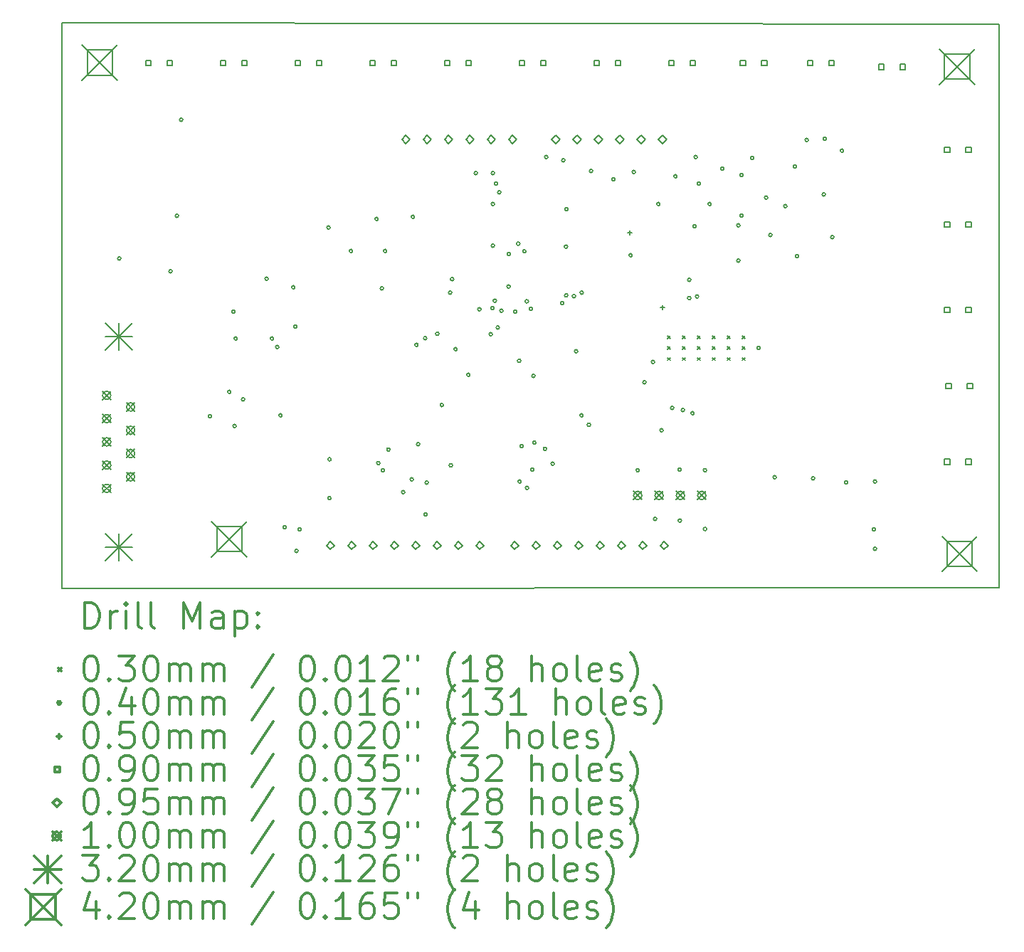
<source format=gbr>
%FSLAX45Y45*%
G04 Gerber Fmt 4.5, Leading zero omitted, Abs format (unit mm)*
G04 Created by KiCad (PCBNEW (5.0.2)-1) date 3/12/2019 3:58:21 PM*
%MOMM*%
%LPD*%
G01*
G04 APERTURE LIST*
%ADD10C,0.150000*%
%ADD11C,0.200000*%
%ADD12C,0.300000*%
G04 APERTURE END LIST*
D10*
X9245000Y-9805000D02*
X9245000Y-9765000D01*
X20400000Y-9800000D02*
X9245000Y-9805000D01*
X9245000Y-3080000D02*
X9245000Y-9765000D01*
X20400000Y-3090000D02*
X9245000Y-3080000D01*
X20400000Y-9800000D02*
X20400000Y-3090000D01*
D11*
X16456400Y-6801900D02*
X16486400Y-6831900D01*
X16486400Y-6801900D02*
X16456400Y-6831900D01*
X16456400Y-6931900D02*
X16486400Y-6961900D01*
X16486400Y-6931900D02*
X16456400Y-6961900D01*
X16456400Y-7061900D02*
X16486400Y-7091900D01*
X16486400Y-7061900D02*
X16456400Y-7091900D01*
X16634400Y-6801900D02*
X16664400Y-6831900D01*
X16664400Y-6801900D02*
X16634400Y-6831900D01*
X16634400Y-6931900D02*
X16664400Y-6961900D01*
X16664400Y-6931900D02*
X16634400Y-6961900D01*
X16634400Y-7061900D02*
X16664400Y-7091900D01*
X16664400Y-7061900D02*
X16634400Y-7091900D01*
X16812400Y-6801900D02*
X16842400Y-6831900D01*
X16842400Y-6801900D02*
X16812400Y-6831900D01*
X16812400Y-6931900D02*
X16842400Y-6961900D01*
X16842400Y-6931900D02*
X16812400Y-6961900D01*
X16812400Y-7061900D02*
X16842400Y-7091900D01*
X16842400Y-7061900D02*
X16812400Y-7091900D01*
X16990400Y-6801900D02*
X17020400Y-6831900D01*
X17020400Y-6801900D02*
X16990400Y-6831900D01*
X16990400Y-6931900D02*
X17020400Y-6961900D01*
X17020400Y-6931900D02*
X16990400Y-6961900D01*
X16990400Y-7061900D02*
X17020400Y-7091900D01*
X17020400Y-7061900D02*
X16990400Y-7091900D01*
X17168400Y-6801900D02*
X17198400Y-6831900D01*
X17198400Y-6801900D02*
X17168400Y-6831900D01*
X17168400Y-6931900D02*
X17198400Y-6961900D01*
X17198400Y-6931900D02*
X17168400Y-6961900D01*
X17168400Y-7061900D02*
X17198400Y-7091900D01*
X17198400Y-7061900D02*
X17168400Y-7091900D01*
X17346400Y-6801900D02*
X17376400Y-6831900D01*
X17376400Y-6801900D02*
X17346400Y-6831900D01*
X17346400Y-6931900D02*
X17376400Y-6961900D01*
X17376400Y-6931900D02*
X17346400Y-6961900D01*
X17346400Y-7061900D02*
X17376400Y-7091900D01*
X17376400Y-7061900D02*
X17346400Y-7091900D01*
X9951400Y-5880100D02*
G75*
G03X9951400Y-5880100I-20000J0D01*
G01*
X10561000Y-6032500D02*
G75*
G03X10561000Y-6032500I-20000J0D01*
G01*
X10637200Y-5372100D02*
G75*
G03X10637200Y-5372100I-20000J0D01*
G01*
X10688000Y-4229100D02*
G75*
G03X10688000Y-4229100I-20000J0D01*
G01*
X11030900Y-7759700D02*
G75*
G03X11030900Y-7759700I-20000J0D01*
G01*
X11259500Y-7467600D02*
G75*
G03X11259500Y-7467600I-20000J0D01*
G01*
X11310300Y-6515100D02*
G75*
G03X11310300Y-6515100I-20000J0D01*
G01*
X11323000Y-7874000D02*
G75*
G03X11323000Y-7874000I-20000J0D01*
G01*
X11335700Y-6832600D02*
G75*
G03X11335700Y-6832600I-20000J0D01*
G01*
X11424600Y-7556500D02*
G75*
G03X11424600Y-7556500I-20000J0D01*
G01*
X11704000Y-6121400D02*
G75*
G03X11704000Y-6121400I-20000J0D01*
G01*
X11767500Y-6832600D02*
G75*
G03X11767500Y-6832600I-20000J0D01*
G01*
X11831000Y-6934200D02*
G75*
G03X11831000Y-6934200I-20000J0D01*
G01*
X11869100Y-7747000D02*
G75*
G03X11869100Y-7747000I-20000J0D01*
G01*
X11919900Y-9080500D02*
G75*
G03X11919900Y-9080500I-20000J0D01*
G01*
X12021500Y-6223000D02*
G75*
G03X12021500Y-6223000I-20000J0D01*
G01*
X12046900Y-6692900D02*
G75*
G03X12046900Y-6692900I-20000J0D01*
G01*
X12059600Y-9359900D02*
G75*
G03X12059600Y-9359900I-20000J0D01*
G01*
X12097700Y-9105900D02*
G75*
G03X12097700Y-9105900I-20000J0D01*
G01*
X12440600Y-5511800D02*
G75*
G03X12440600Y-5511800I-20000J0D01*
G01*
X12450760Y-8732520D02*
G75*
G03X12450760Y-8732520I-20000J0D01*
G01*
X12453300Y-8270240D02*
G75*
G03X12453300Y-8270240I-20000J0D01*
G01*
X12707300Y-5791200D02*
G75*
G03X12707300Y-5791200I-20000J0D01*
G01*
X13012100Y-5410200D02*
G75*
G03X13012100Y-5410200I-20000J0D01*
G01*
X13033722Y-8315590D02*
G75*
G03X13033722Y-8315590I-20000J0D01*
G01*
X13075600Y-6235700D02*
G75*
G03X13075600Y-6235700I-20000J0D01*
G01*
X13088300Y-8399780D02*
G75*
G03X13088300Y-8399780I-20000J0D01*
G01*
X13113700Y-5791200D02*
G75*
G03X13113700Y-5791200I-20000J0D01*
G01*
X13153501Y-8153896D02*
G75*
G03X13153501Y-8153896I-20000J0D01*
G01*
X13329600Y-8661400D02*
G75*
G03X13329600Y-8661400I-20000J0D01*
G01*
X13431200Y-8509000D02*
G75*
G03X13431200Y-8509000I-20000J0D01*
G01*
X13443900Y-5384800D02*
G75*
G03X13443900Y-5384800I-20000J0D01*
G01*
X13487080Y-6908800D02*
G75*
G03X13487080Y-6908800I-20000J0D01*
G01*
X13507400Y-8089900D02*
G75*
G03X13507400Y-8089900I-20000J0D01*
G01*
X13591220Y-6830060D02*
G75*
G03X13591220Y-6830060I-20000J0D01*
G01*
X13596300Y-8928100D02*
G75*
G03X13596300Y-8928100I-20000J0D01*
G01*
X13609000Y-8547100D02*
G75*
G03X13609000Y-8547100I-20000J0D01*
G01*
X13736000Y-6776720D02*
G75*
G03X13736000Y-6776720I-20000J0D01*
G01*
X13789340Y-7625080D02*
G75*
G03X13789340Y-7625080I-20000J0D01*
G01*
X13888400Y-6286500D02*
G75*
G03X13888400Y-6286500I-20000J0D01*
G01*
X13896020Y-8341360D02*
G75*
G03X13896020Y-8341360I-20000J0D01*
G01*
X13911260Y-6126480D02*
G75*
G03X13911260Y-6126480I-20000J0D01*
G01*
X13951900Y-6959600D02*
G75*
G03X13951900Y-6959600I-20000J0D01*
G01*
X14104300Y-7264400D02*
G75*
G03X14104300Y-7264400I-20000J0D01*
G01*
X14193200Y-4864100D02*
G75*
G03X14193200Y-4864100I-20000J0D01*
G01*
X14236380Y-6484620D02*
G75*
G03X14236380Y-6484620I-20000J0D01*
G01*
X14371000Y-6781800D02*
G75*
G03X14371000Y-6781800I-20000J0D01*
G01*
X14391307Y-6472621D02*
G75*
G03X14391307Y-6472621I-20000J0D01*
G01*
X14396400Y-4864100D02*
G75*
G03X14396400Y-4864100I-20000J0D01*
G01*
X14396400Y-5232400D02*
G75*
G03X14396400Y-5232400I-20000J0D01*
G01*
X14396400Y-5727700D02*
G75*
G03X14396400Y-5727700I-20000J0D01*
G01*
X14419478Y-6384304D02*
G75*
G03X14419478Y-6384304I-20000J0D01*
G01*
X14434500Y-4991100D02*
G75*
G03X14434500Y-4991100I-20000J0D01*
G01*
X14454820Y-6703060D02*
G75*
G03X14454820Y-6703060I-20000J0D01*
G01*
X14472600Y-5092700D02*
G75*
G03X14472600Y-5092700I-20000J0D01*
G01*
X14498000Y-6502400D02*
G75*
G03X14498000Y-6502400I-20000J0D01*
G01*
X14584360Y-6213863D02*
G75*
G03X14584360Y-6213863I-20000J0D01*
G01*
X14586900Y-5829300D02*
G75*
G03X14586900Y-5829300I-20000J0D01*
G01*
X14663100Y-6515100D02*
G75*
G03X14663100Y-6515100I-20000J0D01*
G01*
X14698660Y-5704840D02*
G75*
G03X14698660Y-5704840I-20000J0D01*
G01*
X14709280Y-7098687D02*
G75*
G03X14709280Y-7098687I-20000J0D01*
G01*
X14713900Y-8534400D02*
G75*
G03X14713900Y-8534400I-20000J0D01*
G01*
X14739300Y-8115300D02*
G75*
G03X14739300Y-8115300I-20000J0D01*
G01*
X14772320Y-5796280D02*
G75*
G03X14772320Y-5796280I-20000J0D01*
G01*
X14800260Y-6390640D02*
G75*
G03X14800260Y-6390640I-20000J0D01*
G01*
X14802800Y-8610600D02*
G75*
G03X14802800Y-8610600I-20000J0D01*
G01*
X14848904Y-6481696D02*
G75*
G03X14848904Y-6481696I-20000J0D01*
G01*
X14866300Y-8394700D02*
G75*
G03X14866300Y-8394700I-20000J0D01*
G01*
X14879000Y-7277100D02*
G75*
G03X14879000Y-7277100I-20000J0D01*
G01*
X14889160Y-8072120D02*
G75*
G03X14889160Y-8072120I-20000J0D01*
G01*
X15016160Y-8145780D02*
G75*
G03X15016160Y-8145780I-20000J0D01*
G01*
X15031400Y-4673600D02*
G75*
G03X15031400Y-4673600I-20000J0D01*
G01*
X15107600Y-8323580D02*
G75*
G03X15107600Y-8323580I-20000J0D01*
G01*
X15221900Y-6413500D02*
G75*
G03X15221900Y-6413500I-20000J0D01*
G01*
X15234600Y-4711700D02*
G75*
G03X15234600Y-4711700I-20000J0D01*
G01*
X15266350Y-5740400D02*
G75*
G03X15266350Y-5740400I-20000J0D01*
G01*
X15268859Y-6319384D02*
G75*
G03X15268859Y-6319384I-20000J0D01*
G01*
X15272700Y-5295900D02*
G75*
G03X15272700Y-5295900I-20000J0D01*
G01*
X15361026Y-6329323D02*
G75*
G03X15361026Y-6329323I-20000J0D01*
G01*
X15387000Y-6985000D02*
G75*
G03X15387000Y-6985000I-20000J0D01*
G01*
X15450500Y-7747000D02*
G75*
G03X15450500Y-7747000I-20000J0D01*
G01*
X15453040Y-6286500D02*
G75*
G03X15453040Y-6286500I-20000J0D01*
G01*
X15539400Y-7859599D02*
G75*
G03X15539400Y-7859599I-20000J0D01*
G01*
X15564800Y-4838700D02*
G75*
G03X15564800Y-4838700I-20000J0D01*
G01*
X15831500Y-4940300D02*
G75*
G03X15831500Y-4940300I-20000J0D01*
G01*
X16034700Y-5842000D02*
G75*
G03X16034700Y-5842000I-20000J0D01*
G01*
X16072800Y-4851400D02*
G75*
G03X16072800Y-4851400I-20000J0D01*
G01*
X16120000Y-8400000D02*
G75*
G03X16120000Y-8400000I-20000J0D01*
G01*
X16199800Y-7353300D02*
G75*
G03X16199800Y-7353300I-20000J0D01*
G01*
X16301400Y-7112000D02*
G75*
G03X16301400Y-7112000I-20000J0D01*
G01*
X16326800Y-8978900D02*
G75*
G03X16326800Y-8978900I-20000J0D01*
G01*
X16364900Y-5232400D02*
G75*
G03X16364900Y-5232400I-20000J0D01*
G01*
X16403000Y-7924800D02*
G75*
G03X16403000Y-7924800I-20000J0D01*
G01*
X16530000Y-7658100D02*
G75*
G03X16530000Y-7658100I-20000J0D01*
G01*
X16568100Y-4902200D02*
G75*
G03X16568100Y-4902200I-20000J0D01*
G01*
X16618900Y-8394700D02*
G75*
G03X16618900Y-8394700I-20000J0D01*
G01*
X16620000Y-9000000D02*
G75*
G03X16620000Y-9000000I-20000J0D01*
G01*
X16657000Y-7683500D02*
G75*
G03X16657000Y-7683500I-20000J0D01*
G01*
X16733200Y-6134100D02*
G75*
G03X16733200Y-6134100I-20000J0D01*
G01*
X16733200Y-6351701D02*
G75*
G03X16733200Y-6351701I-20000J0D01*
G01*
X16771300Y-7721600D02*
G75*
G03X16771300Y-7721600I-20000J0D01*
G01*
X16796700Y-5499100D02*
G75*
G03X16796700Y-5499100I-20000J0D01*
G01*
X16809400Y-4673600D02*
G75*
G03X16809400Y-4673600I-20000J0D01*
G01*
X16825550Y-6331861D02*
G75*
G03X16825550Y-6331861I-20000J0D01*
G01*
X16847500Y-4991100D02*
G75*
G03X16847500Y-4991100I-20000J0D01*
G01*
X16920000Y-8400000D02*
G75*
G03X16920000Y-8400000I-20000J0D01*
G01*
X16920000Y-9100000D02*
G75*
G03X16920000Y-9100000I-20000J0D01*
G01*
X16974500Y-5232400D02*
G75*
G03X16974500Y-5232400I-20000J0D01*
G01*
X17126900Y-4813300D02*
G75*
G03X17126900Y-4813300I-20000J0D01*
G01*
X17317400Y-5486400D02*
G75*
G03X17317400Y-5486400I-20000J0D01*
G01*
X17317400Y-5905500D02*
G75*
G03X17317400Y-5905500I-20000J0D01*
G01*
X17355500Y-4889500D02*
G75*
G03X17355500Y-4889500I-20000J0D01*
G01*
X17355500Y-5372100D02*
G75*
G03X17355500Y-5372100I-20000J0D01*
G01*
X17482500Y-4686300D02*
G75*
G03X17482500Y-4686300I-20000J0D01*
G01*
X17558700Y-6946900D02*
G75*
G03X17558700Y-6946900I-20000J0D01*
G01*
X17647600Y-5156200D02*
G75*
G03X17647600Y-5156200I-20000J0D01*
G01*
X17698400Y-5600700D02*
G75*
G03X17698400Y-5600700I-20000J0D01*
G01*
X17749200Y-8483600D02*
G75*
G03X17749200Y-8483600I-20000J0D01*
G01*
X17876200Y-5257800D02*
G75*
G03X17876200Y-5257800I-20000J0D01*
G01*
X17990500Y-4787900D02*
G75*
G03X17990500Y-4787900I-20000J0D01*
G01*
X18015900Y-5854700D02*
G75*
G03X18015900Y-5854700I-20000J0D01*
G01*
X18130200Y-4470400D02*
G75*
G03X18130200Y-4470400I-20000J0D01*
G01*
X18206400Y-8496300D02*
G75*
G03X18206400Y-8496300I-20000J0D01*
G01*
X18333400Y-5118100D02*
G75*
G03X18333400Y-5118100I-20000J0D01*
G01*
X18346100Y-4457700D02*
G75*
G03X18346100Y-4457700I-20000J0D01*
G01*
X18435000Y-5626100D02*
G75*
G03X18435000Y-5626100I-20000J0D01*
G01*
X18549300Y-4597400D02*
G75*
G03X18549300Y-4597400I-20000J0D01*
G01*
X18600100Y-8547100D02*
G75*
G03X18600100Y-8547100I-20000J0D01*
G01*
X18930300Y-9105900D02*
G75*
G03X18930300Y-9105900I-20000J0D01*
G01*
X18943000Y-8534400D02*
G75*
G03X18943000Y-8534400I-20000J0D01*
G01*
X18943000Y-9334500D02*
G75*
G03X18943000Y-9334500I-20000J0D01*
G01*
X16008350Y-5550300D02*
X16008350Y-5600300D01*
X15983350Y-5575300D02*
X16033350Y-5575300D01*
X16391300Y-6439300D02*
X16391300Y-6489300D01*
X16366300Y-6464300D02*
X16416300Y-6464300D01*
X13863820Y-3587820D02*
X13863820Y-3524180D01*
X13800180Y-3524180D01*
X13800180Y-3587820D01*
X13863820Y-3587820D01*
X14117820Y-3587820D02*
X14117820Y-3524180D01*
X14054180Y-3524180D01*
X14054180Y-3587820D01*
X14117820Y-3587820D01*
X10307820Y-3587820D02*
X10307820Y-3524180D01*
X10244180Y-3524180D01*
X10244180Y-3587820D01*
X10307820Y-3587820D01*
X10561820Y-3587820D02*
X10561820Y-3524180D01*
X10498180Y-3524180D01*
X10498180Y-3587820D01*
X10561820Y-3587820D01*
X14752820Y-3587820D02*
X14752820Y-3524180D01*
X14689180Y-3524180D01*
X14689180Y-3587820D01*
X14752820Y-3587820D01*
X15006820Y-3587820D02*
X15006820Y-3524180D01*
X14943180Y-3524180D01*
X14943180Y-3587820D01*
X15006820Y-3587820D01*
X12974820Y-3587820D02*
X12974820Y-3524180D01*
X12911180Y-3524180D01*
X12911180Y-3587820D01*
X12974820Y-3587820D01*
X13228820Y-3587820D02*
X13228820Y-3524180D01*
X13165180Y-3524180D01*
X13165180Y-3587820D01*
X13228820Y-3587820D01*
X11196820Y-3587820D02*
X11196820Y-3524180D01*
X11133180Y-3524180D01*
X11133180Y-3587820D01*
X11196820Y-3587820D01*
X11450820Y-3587820D02*
X11450820Y-3524180D01*
X11387180Y-3524180D01*
X11387180Y-3587820D01*
X11450820Y-3587820D01*
X12085820Y-3587820D02*
X12085820Y-3524180D01*
X12022180Y-3524180D01*
X12022180Y-3587820D01*
X12085820Y-3587820D01*
X12339820Y-3587820D02*
X12339820Y-3524180D01*
X12276180Y-3524180D01*
X12276180Y-3587820D01*
X12339820Y-3587820D01*
X18181820Y-3587820D02*
X18181820Y-3524180D01*
X18118180Y-3524180D01*
X18118180Y-3587820D01*
X18181820Y-3587820D01*
X18435820Y-3587820D02*
X18435820Y-3524180D01*
X18372180Y-3524180D01*
X18372180Y-3587820D01*
X18435820Y-3587820D01*
X19814820Y-6522820D02*
X19814820Y-6459180D01*
X19751180Y-6459180D01*
X19751180Y-6522820D01*
X19814820Y-6522820D01*
X20068820Y-6522820D02*
X20068820Y-6459180D01*
X20005180Y-6459180D01*
X20005180Y-6522820D01*
X20068820Y-6522820D01*
X17381820Y-3587820D02*
X17381820Y-3524180D01*
X17318180Y-3524180D01*
X17318180Y-3587820D01*
X17381820Y-3587820D01*
X17635820Y-3587820D02*
X17635820Y-3524180D01*
X17572180Y-3524180D01*
X17572180Y-3587820D01*
X17635820Y-3587820D01*
X19814820Y-5506820D02*
X19814820Y-5443180D01*
X19751180Y-5443180D01*
X19751180Y-5506820D01*
X19814820Y-5506820D01*
X20068820Y-5506820D02*
X20068820Y-5443180D01*
X20005180Y-5443180D01*
X20005180Y-5506820D01*
X20068820Y-5506820D01*
X15641820Y-3587820D02*
X15641820Y-3524180D01*
X15578180Y-3524180D01*
X15578180Y-3587820D01*
X15641820Y-3587820D01*
X15895820Y-3587820D02*
X15895820Y-3524180D01*
X15832180Y-3524180D01*
X15832180Y-3587820D01*
X15895820Y-3587820D01*
X19031820Y-3631820D02*
X19031820Y-3568180D01*
X18968180Y-3568180D01*
X18968180Y-3631820D01*
X19031820Y-3631820D01*
X19285820Y-3631820D02*
X19285820Y-3568180D01*
X19222180Y-3568180D01*
X19222180Y-3631820D01*
X19285820Y-3631820D01*
X19814820Y-8331820D02*
X19814820Y-8268180D01*
X19751180Y-8268180D01*
X19751180Y-8331820D01*
X19814820Y-8331820D01*
X20068820Y-8331820D02*
X20068820Y-8268180D01*
X20005180Y-8268180D01*
X20005180Y-8331820D01*
X20068820Y-8331820D01*
X16530820Y-3587820D02*
X16530820Y-3524180D01*
X16467180Y-3524180D01*
X16467180Y-3587820D01*
X16530820Y-3587820D01*
X16784820Y-3587820D02*
X16784820Y-3524180D01*
X16721180Y-3524180D01*
X16721180Y-3587820D01*
X16784820Y-3587820D01*
X19814820Y-4617820D02*
X19814820Y-4554180D01*
X19751180Y-4554180D01*
X19751180Y-4617820D01*
X19814820Y-4617820D01*
X20068820Y-4617820D02*
X20068820Y-4554180D01*
X20005180Y-4554180D01*
X20005180Y-4617820D01*
X20068820Y-4617820D01*
X19831820Y-7431820D02*
X19831820Y-7368180D01*
X19768180Y-7368180D01*
X19768180Y-7431820D01*
X19831820Y-7431820D01*
X20085820Y-7431820D02*
X20085820Y-7368180D01*
X20022180Y-7368180D01*
X20022180Y-7431820D01*
X20085820Y-7431820D01*
X12445000Y-9343500D02*
X12492500Y-9296000D01*
X12445000Y-9248500D01*
X12397500Y-9296000D01*
X12445000Y-9343500D01*
X12699000Y-9343500D02*
X12746500Y-9296000D01*
X12699000Y-9248500D01*
X12651500Y-9296000D01*
X12699000Y-9343500D01*
X12953000Y-9343500D02*
X13000500Y-9296000D01*
X12953000Y-9248500D01*
X12905500Y-9296000D01*
X12953000Y-9343500D01*
X13207000Y-9343500D02*
X13254500Y-9296000D01*
X13207000Y-9248500D01*
X13159500Y-9296000D01*
X13207000Y-9343500D01*
X13342000Y-4511500D02*
X13389500Y-4464000D01*
X13342000Y-4416500D01*
X13294500Y-4464000D01*
X13342000Y-4511500D01*
X13461000Y-9343500D02*
X13508500Y-9296000D01*
X13461000Y-9248500D01*
X13413500Y-9296000D01*
X13461000Y-9343500D01*
X13596000Y-4511500D02*
X13643500Y-4464000D01*
X13596000Y-4416500D01*
X13548500Y-4464000D01*
X13596000Y-4511500D01*
X13713000Y-9343500D02*
X13760500Y-9296000D01*
X13713000Y-9248500D01*
X13665500Y-9296000D01*
X13713000Y-9343500D01*
X13850000Y-4511500D02*
X13897500Y-4464000D01*
X13850000Y-4416500D01*
X13802500Y-4464000D01*
X13850000Y-4511500D01*
X13969000Y-9343500D02*
X14016500Y-9296000D01*
X13969000Y-9248500D01*
X13921500Y-9296000D01*
X13969000Y-9343500D01*
X14104000Y-4511500D02*
X14151500Y-4464000D01*
X14104000Y-4416500D01*
X14056500Y-4464000D01*
X14104000Y-4511500D01*
X14223000Y-9343500D02*
X14270500Y-9296000D01*
X14223000Y-9248500D01*
X14175500Y-9296000D01*
X14223000Y-9343500D01*
X14358000Y-4511500D02*
X14405500Y-4464000D01*
X14358000Y-4416500D01*
X14310500Y-4464000D01*
X14358000Y-4511500D01*
X14612000Y-4511500D02*
X14659500Y-4464000D01*
X14612000Y-4416500D01*
X14564500Y-4464000D01*
X14612000Y-4511500D01*
X14636000Y-9343500D02*
X14683500Y-9296000D01*
X14636000Y-9248500D01*
X14588500Y-9296000D01*
X14636000Y-9343500D01*
X14890000Y-9343500D02*
X14937500Y-9296000D01*
X14890000Y-9248500D01*
X14842500Y-9296000D01*
X14890000Y-9343500D01*
X15125000Y-4511500D02*
X15172500Y-4464000D01*
X15125000Y-4416500D01*
X15077500Y-4464000D01*
X15125000Y-4511500D01*
X15144000Y-9343500D02*
X15191500Y-9296000D01*
X15144000Y-9248500D01*
X15096500Y-9296000D01*
X15144000Y-9343500D01*
X15379000Y-4511500D02*
X15426500Y-4464000D01*
X15379000Y-4416500D01*
X15331500Y-4464000D01*
X15379000Y-4511500D01*
X15398000Y-9343500D02*
X15445500Y-9296000D01*
X15398000Y-9248500D01*
X15350500Y-9296000D01*
X15398000Y-9343500D01*
X15633000Y-4511500D02*
X15680500Y-4464000D01*
X15633000Y-4416500D01*
X15585500Y-4464000D01*
X15633000Y-4511500D01*
X15652000Y-9343500D02*
X15699500Y-9296000D01*
X15652000Y-9248500D01*
X15604500Y-9296000D01*
X15652000Y-9343500D01*
X15887000Y-4511500D02*
X15934500Y-4464000D01*
X15887000Y-4416500D01*
X15839500Y-4464000D01*
X15887000Y-4511500D01*
X15906000Y-9343500D02*
X15953500Y-9296000D01*
X15906000Y-9248500D01*
X15858500Y-9296000D01*
X15906000Y-9343500D01*
X16141000Y-4511500D02*
X16188500Y-4464000D01*
X16141000Y-4416500D01*
X16093500Y-4464000D01*
X16141000Y-4511500D01*
X16160000Y-9343500D02*
X16207500Y-9296000D01*
X16160000Y-9248500D01*
X16112500Y-9296000D01*
X16160000Y-9343500D01*
X16395000Y-4511500D02*
X16442500Y-4464000D01*
X16395000Y-4416500D01*
X16347500Y-4464000D01*
X16395000Y-4511500D01*
X16414000Y-9343500D02*
X16461500Y-9296000D01*
X16414000Y-9248500D01*
X16366500Y-9296000D01*
X16414000Y-9343500D01*
X9732020Y-7459020D02*
X9832020Y-7559020D01*
X9832020Y-7459020D02*
X9732020Y-7559020D01*
X9832020Y-7509020D02*
G75*
G03X9832020Y-7509020I-50000J0D01*
G01*
X9732020Y-7736020D02*
X9832020Y-7836020D01*
X9832020Y-7736020D02*
X9732020Y-7836020D01*
X9832020Y-7786020D02*
G75*
G03X9832020Y-7786020I-50000J0D01*
G01*
X9732020Y-8013020D02*
X9832020Y-8113020D01*
X9832020Y-8013020D02*
X9732020Y-8113020D01*
X9832020Y-8063020D02*
G75*
G03X9832020Y-8063020I-50000J0D01*
G01*
X9732020Y-8290020D02*
X9832020Y-8390020D01*
X9832020Y-8290020D02*
X9732020Y-8390020D01*
X9832020Y-8340020D02*
G75*
G03X9832020Y-8340020I-50000J0D01*
G01*
X9732020Y-8567020D02*
X9832020Y-8667020D01*
X9832020Y-8567020D02*
X9732020Y-8667020D01*
X9832020Y-8617020D02*
G75*
G03X9832020Y-8617020I-50000J0D01*
G01*
X10016020Y-7597520D02*
X10116020Y-7697520D01*
X10116020Y-7597520D02*
X10016020Y-7697520D01*
X10116020Y-7647520D02*
G75*
G03X10116020Y-7647520I-50000J0D01*
G01*
X10016020Y-7874520D02*
X10116020Y-7974520D01*
X10116020Y-7874520D02*
X10016020Y-7974520D01*
X10116020Y-7924520D02*
G75*
G03X10116020Y-7924520I-50000J0D01*
G01*
X10016020Y-8151520D02*
X10116020Y-8251520D01*
X10116020Y-8151520D02*
X10016020Y-8251520D01*
X10116020Y-8201520D02*
G75*
G03X10116020Y-8201520I-50000J0D01*
G01*
X10016020Y-8428520D02*
X10116020Y-8528520D01*
X10116020Y-8428520D02*
X10016020Y-8528520D01*
X10116020Y-8478520D02*
G75*
G03X10116020Y-8478520I-50000J0D01*
G01*
X16050000Y-8650000D02*
X16150000Y-8750000D01*
X16150000Y-8650000D02*
X16050000Y-8750000D01*
X16150000Y-8700000D02*
G75*
G03X16150000Y-8700000I-50000J0D01*
G01*
X16304000Y-8650000D02*
X16404000Y-8750000D01*
X16404000Y-8650000D02*
X16304000Y-8750000D01*
X16404000Y-8700000D02*
G75*
G03X16404000Y-8700000I-50000J0D01*
G01*
X16558000Y-8650000D02*
X16658000Y-8750000D01*
X16658000Y-8650000D02*
X16558000Y-8750000D01*
X16658000Y-8700000D02*
G75*
G03X16658000Y-8700000I-50000J0D01*
G01*
X16812000Y-8650000D02*
X16912000Y-8750000D01*
X16912000Y-8650000D02*
X16812000Y-8750000D01*
X16912000Y-8700000D02*
G75*
G03X16912000Y-8700000I-50000J0D01*
G01*
X9764020Y-6653020D02*
X10084020Y-6973020D01*
X10084020Y-6653020D02*
X9764020Y-6973020D01*
X9924020Y-6653020D02*
X9924020Y-6973020D01*
X9764020Y-6813020D02*
X10084020Y-6813020D01*
X9764020Y-9153020D02*
X10084020Y-9473020D01*
X10084020Y-9153020D02*
X9764020Y-9473020D01*
X9924020Y-9153020D02*
X9924020Y-9473020D01*
X9764020Y-9313020D02*
X10084020Y-9313020D01*
X9490000Y-3340000D02*
X9910000Y-3760000D01*
X9910000Y-3340000D02*
X9490000Y-3760000D01*
X9848494Y-3698494D02*
X9848494Y-3401506D01*
X9551506Y-3401506D01*
X9551506Y-3698494D01*
X9848494Y-3698494D01*
X11029500Y-9010200D02*
X11449500Y-9430200D01*
X11449500Y-9010200D02*
X11029500Y-9430200D01*
X11387994Y-9368694D02*
X11387994Y-9071706D01*
X11091006Y-9071706D01*
X11091006Y-9368694D01*
X11387994Y-9368694D01*
X19690000Y-3390000D02*
X20110000Y-3810000D01*
X20110000Y-3390000D02*
X19690000Y-3810000D01*
X20048494Y-3748494D02*
X20048494Y-3451506D01*
X19751506Y-3451506D01*
X19751506Y-3748494D01*
X20048494Y-3748494D01*
X19720000Y-9185000D02*
X20140000Y-9605000D01*
X20140000Y-9185000D02*
X19720000Y-9605000D01*
X20078494Y-9543494D02*
X20078494Y-9246506D01*
X19781506Y-9246506D01*
X19781506Y-9543494D01*
X20078494Y-9543494D01*
D12*
X9523928Y-10278214D02*
X9523928Y-9978214D01*
X9595357Y-9978214D01*
X9638214Y-9992500D01*
X9666786Y-10021072D01*
X9681071Y-10049643D01*
X9695357Y-10106786D01*
X9695357Y-10149643D01*
X9681071Y-10206786D01*
X9666786Y-10235357D01*
X9638214Y-10263929D01*
X9595357Y-10278214D01*
X9523928Y-10278214D01*
X9823928Y-10278214D02*
X9823928Y-10078214D01*
X9823928Y-10135357D02*
X9838214Y-10106786D01*
X9852500Y-10092500D01*
X9881071Y-10078214D01*
X9909643Y-10078214D01*
X10009643Y-10278214D02*
X10009643Y-10078214D01*
X10009643Y-9978214D02*
X9995357Y-9992500D01*
X10009643Y-10006786D01*
X10023928Y-9992500D01*
X10009643Y-9978214D01*
X10009643Y-10006786D01*
X10195357Y-10278214D02*
X10166786Y-10263929D01*
X10152500Y-10235357D01*
X10152500Y-9978214D01*
X10352500Y-10278214D02*
X10323928Y-10263929D01*
X10309643Y-10235357D01*
X10309643Y-9978214D01*
X10695357Y-10278214D02*
X10695357Y-9978214D01*
X10795357Y-10192500D01*
X10895357Y-9978214D01*
X10895357Y-10278214D01*
X11166786Y-10278214D02*
X11166786Y-10121072D01*
X11152500Y-10092500D01*
X11123928Y-10078214D01*
X11066786Y-10078214D01*
X11038214Y-10092500D01*
X11166786Y-10263929D02*
X11138214Y-10278214D01*
X11066786Y-10278214D01*
X11038214Y-10263929D01*
X11023928Y-10235357D01*
X11023928Y-10206786D01*
X11038214Y-10178214D01*
X11066786Y-10163929D01*
X11138214Y-10163929D01*
X11166786Y-10149643D01*
X11309643Y-10078214D02*
X11309643Y-10378214D01*
X11309643Y-10092500D02*
X11338214Y-10078214D01*
X11395357Y-10078214D01*
X11423928Y-10092500D01*
X11438214Y-10106786D01*
X11452500Y-10135357D01*
X11452500Y-10221072D01*
X11438214Y-10249643D01*
X11423928Y-10263929D01*
X11395357Y-10278214D01*
X11338214Y-10278214D01*
X11309643Y-10263929D01*
X11581071Y-10249643D02*
X11595357Y-10263929D01*
X11581071Y-10278214D01*
X11566786Y-10263929D01*
X11581071Y-10249643D01*
X11581071Y-10278214D01*
X11581071Y-10092500D02*
X11595357Y-10106786D01*
X11581071Y-10121072D01*
X11566786Y-10106786D01*
X11581071Y-10092500D01*
X11581071Y-10121072D01*
X9207500Y-10757500D02*
X9237500Y-10787500D01*
X9237500Y-10757500D02*
X9207500Y-10787500D01*
X9581071Y-10608214D02*
X9609643Y-10608214D01*
X9638214Y-10622500D01*
X9652500Y-10636786D01*
X9666786Y-10665357D01*
X9681071Y-10722500D01*
X9681071Y-10793929D01*
X9666786Y-10851072D01*
X9652500Y-10879643D01*
X9638214Y-10893929D01*
X9609643Y-10908214D01*
X9581071Y-10908214D01*
X9552500Y-10893929D01*
X9538214Y-10879643D01*
X9523928Y-10851072D01*
X9509643Y-10793929D01*
X9509643Y-10722500D01*
X9523928Y-10665357D01*
X9538214Y-10636786D01*
X9552500Y-10622500D01*
X9581071Y-10608214D01*
X9809643Y-10879643D02*
X9823928Y-10893929D01*
X9809643Y-10908214D01*
X9795357Y-10893929D01*
X9809643Y-10879643D01*
X9809643Y-10908214D01*
X9923928Y-10608214D02*
X10109643Y-10608214D01*
X10009643Y-10722500D01*
X10052500Y-10722500D01*
X10081071Y-10736786D01*
X10095357Y-10751072D01*
X10109643Y-10779643D01*
X10109643Y-10851072D01*
X10095357Y-10879643D01*
X10081071Y-10893929D01*
X10052500Y-10908214D01*
X9966786Y-10908214D01*
X9938214Y-10893929D01*
X9923928Y-10879643D01*
X10295357Y-10608214D02*
X10323928Y-10608214D01*
X10352500Y-10622500D01*
X10366786Y-10636786D01*
X10381071Y-10665357D01*
X10395357Y-10722500D01*
X10395357Y-10793929D01*
X10381071Y-10851072D01*
X10366786Y-10879643D01*
X10352500Y-10893929D01*
X10323928Y-10908214D01*
X10295357Y-10908214D01*
X10266786Y-10893929D01*
X10252500Y-10879643D01*
X10238214Y-10851072D01*
X10223928Y-10793929D01*
X10223928Y-10722500D01*
X10238214Y-10665357D01*
X10252500Y-10636786D01*
X10266786Y-10622500D01*
X10295357Y-10608214D01*
X10523928Y-10908214D02*
X10523928Y-10708214D01*
X10523928Y-10736786D02*
X10538214Y-10722500D01*
X10566786Y-10708214D01*
X10609643Y-10708214D01*
X10638214Y-10722500D01*
X10652500Y-10751072D01*
X10652500Y-10908214D01*
X10652500Y-10751072D02*
X10666786Y-10722500D01*
X10695357Y-10708214D01*
X10738214Y-10708214D01*
X10766786Y-10722500D01*
X10781071Y-10751072D01*
X10781071Y-10908214D01*
X10923928Y-10908214D02*
X10923928Y-10708214D01*
X10923928Y-10736786D02*
X10938214Y-10722500D01*
X10966786Y-10708214D01*
X11009643Y-10708214D01*
X11038214Y-10722500D01*
X11052500Y-10751072D01*
X11052500Y-10908214D01*
X11052500Y-10751072D02*
X11066786Y-10722500D01*
X11095357Y-10708214D01*
X11138214Y-10708214D01*
X11166786Y-10722500D01*
X11181071Y-10751072D01*
X11181071Y-10908214D01*
X11766786Y-10593929D02*
X11509643Y-10979643D01*
X12152500Y-10608214D02*
X12181071Y-10608214D01*
X12209643Y-10622500D01*
X12223928Y-10636786D01*
X12238214Y-10665357D01*
X12252500Y-10722500D01*
X12252500Y-10793929D01*
X12238214Y-10851072D01*
X12223928Y-10879643D01*
X12209643Y-10893929D01*
X12181071Y-10908214D01*
X12152500Y-10908214D01*
X12123928Y-10893929D01*
X12109643Y-10879643D01*
X12095357Y-10851072D01*
X12081071Y-10793929D01*
X12081071Y-10722500D01*
X12095357Y-10665357D01*
X12109643Y-10636786D01*
X12123928Y-10622500D01*
X12152500Y-10608214D01*
X12381071Y-10879643D02*
X12395357Y-10893929D01*
X12381071Y-10908214D01*
X12366786Y-10893929D01*
X12381071Y-10879643D01*
X12381071Y-10908214D01*
X12581071Y-10608214D02*
X12609643Y-10608214D01*
X12638214Y-10622500D01*
X12652500Y-10636786D01*
X12666786Y-10665357D01*
X12681071Y-10722500D01*
X12681071Y-10793929D01*
X12666786Y-10851072D01*
X12652500Y-10879643D01*
X12638214Y-10893929D01*
X12609643Y-10908214D01*
X12581071Y-10908214D01*
X12552500Y-10893929D01*
X12538214Y-10879643D01*
X12523928Y-10851072D01*
X12509643Y-10793929D01*
X12509643Y-10722500D01*
X12523928Y-10665357D01*
X12538214Y-10636786D01*
X12552500Y-10622500D01*
X12581071Y-10608214D01*
X12966786Y-10908214D02*
X12795357Y-10908214D01*
X12881071Y-10908214D02*
X12881071Y-10608214D01*
X12852500Y-10651072D01*
X12823928Y-10679643D01*
X12795357Y-10693929D01*
X13081071Y-10636786D02*
X13095357Y-10622500D01*
X13123928Y-10608214D01*
X13195357Y-10608214D01*
X13223928Y-10622500D01*
X13238214Y-10636786D01*
X13252500Y-10665357D01*
X13252500Y-10693929D01*
X13238214Y-10736786D01*
X13066786Y-10908214D01*
X13252500Y-10908214D01*
X13366786Y-10608214D02*
X13366786Y-10665357D01*
X13481071Y-10608214D02*
X13481071Y-10665357D01*
X13923928Y-11022500D02*
X13909643Y-11008214D01*
X13881071Y-10965357D01*
X13866786Y-10936786D01*
X13852500Y-10893929D01*
X13838214Y-10822500D01*
X13838214Y-10765357D01*
X13852500Y-10693929D01*
X13866786Y-10651072D01*
X13881071Y-10622500D01*
X13909643Y-10579643D01*
X13923928Y-10565357D01*
X14195357Y-10908214D02*
X14023928Y-10908214D01*
X14109643Y-10908214D02*
X14109643Y-10608214D01*
X14081071Y-10651072D01*
X14052500Y-10679643D01*
X14023928Y-10693929D01*
X14366786Y-10736786D02*
X14338214Y-10722500D01*
X14323928Y-10708214D01*
X14309643Y-10679643D01*
X14309643Y-10665357D01*
X14323928Y-10636786D01*
X14338214Y-10622500D01*
X14366786Y-10608214D01*
X14423928Y-10608214D01*
X14452500Y-10622500D01*
X14466786Y-10636786D01*
X14481071Y-10665357D01*
X14481071Y-10679643D01*
X14466786Y-10708214D01*
X14452500Y-10722500D01*
X14423928Y-10736786D01*
X14366786Y-10736786D01*
X14338214Y-10751072D01*
X14323928Y-10765357D01*
X14309643Y-10793929D01*
X14309643Y-10851072D01*
X14323928Y-10879643D01*
X14338214Y-10893929D01*
X14366786Y-10908214D01*
X14423928Y-10908214D01*
X14452500Y-10893929D01*
X14466786Y-10879643D01*
X14481071Y-10851072D01*
X14481071Y-10793929D01*
X14466786Y-10765357D01*
X14452500Y-10751072D01*
X14423928Y-10736786D01*
X14838214Y-10908214D02*
X14838214Y-10608214D01*
X14966786Y-10908214D02*
X14966786Y-10751072D01*
X14952500Y-10722500D01*
X14923928Y-10708214D01*
X14881071Y-10708214D01*
X14852500Y-10722500D01*
X14838214Y-10736786D01*
X15152500Y-10908214D02*
X15123928Y-10893929D01*
X15109643Y-10879643D01*
X15095357Y-10851072D01*
X15095357Y-10765357D01*
X15109643Y-10736786D01*
X15123928Y-10722500D01*
X15152500Y-10708214D01*
X15195357Y-10708214D01*
X15223928Y-10722500D01*
X15238214Y-10736786D01*
X15252500Y-10765357D01*
X15252500Y-10851072D01*
X15238214Y-10879643D01*
X15223928Y-10893929D01*
X15195357Y-10908214D01*
X15152500Y-10908214D01*
X15423928Y-10908214D02*
X15395357Y-10893929D01*
X15381071Y-10865357D01*
X15381071Y-10608214D01*
X15652500Y-10893929D02*
X15623928Y-10908214D01*
X15566786Y-10908214D01*
X15538214Y-10893929D01*
X15523928Y-10865357D01*
X15523928Y-10751072D01*
X15538214Y-10722500D01*
X15566786Y-10708214D01*
X15623928Y-10708214D01*
X15652500Y-10722500D01*
X15666786Y-10751072D01*
X15666786Y-10779643D01*
X15523928Y-10808214D01*
X15781071Y-10893929D02*
X15809643Y-10908214D01*
X15866786Y-10908214D01*
X15895357Y-10893929D01*
X15909643Y-10865357D01*
X15909643Y-10851072D01*
X15895357Y-10822500D01*
X15866786Y-10808214D01*
X15823928Y-10808214D01*
X15795357Y-10793929D01*
X15781071Y-10765357D01*
X15781071Y-10751072D01*
X15795357Y-10722500D01*
X15823928Y-10708214D01*
X15866786Y-10708214D01*
X15895357Y-10722500D01*
X16009643Y-11022500D02*
X16023928Y-11008214D01*
X16052500Y-10965357D01*
X16066786Y-10936786D01*
X16081071Y-10893929D01*
X16095357Y-10822500D01*
X16095357Y-10765357D01*
X16081071Y-10693929D01*
X16066786Y-10651072D01*
X16052500Y-10622500D01*
X16023928Y-10579643D01*
X16009643Y-10565357D01*
X9237500Y-11168500D02*
G75*
G03X9237500Y-11168500I-20000J0D01*
G01*
X9581071Y-11004214D02*
X9609643Y-11004214D01*
X9638214Y-11018500D01*
X9652500Y-11032786D01*
X9666786Y-11061357D01*
X9681071Y-11118500D01*
X9681071Y-11189929D01*
X9666786Y-11247071D01*
X9652500Y-11275643D01*
X9638214Y-11289929D01*
X9609643Y-11304214D01*
X9581071Y-11304214D01*
X9552500Y-11289929D01*
X9538214Y-11275643D01*
X9523928Y-11247071D01*
X9509643Y-11189929D01*
X9509643Y-11118500D01*
X9523928Y-11061357D01*
X9538214Y-11032786D01*
X9552500Y-11018500D01*
X9581071Y-11004214D01*
X9809643Y-11275643D02*
X9823928Y-11289929D01*
X9809643Y-11304214D01*
X9795357Y-11289929D01*
X9809643Y-11275643D01*
X9809643Y-11304214D01*
X10081071Y-11104214D02*
X10081071Y-11304214D01*
X10009643Y-10989929D02*
X9938214Y-11204214D01*
X10123928Y-11204214D01*
X10295357Y-11004214D02*
X10323928Y-11004214D01*
X10352500Y-11018500D01*
X10366786Y-11032786D01*
X10381071Y-11061357D01*
X10395357Y-11118500D01*
X10395357Y-11189929D01*
X10381071Y-11247071D01*
X10366786Y-11275643D01*
X10352500Y-11289929D01*
X10323928Y-11304214D01*
X10295357Y-11304214D01*
X10266786Y-11289929D01*
X10252500Y-11275643D01*
X10238214Y-11247071D01*
X10223928Y-11189929D01*
X10223928Y-11118500D01*
X10238214Y-11061357D01*
X10252500Y-11032786D01*
X10266786Y-11018500D01*
X10295357Y-11004214D01*
X10523928Y-11304214D02*
X10523928Y-11104214D01*
X10523928Y-11132786D02*
X10538214Y-11118500D01*
X10566786Y-11104214D01*
X10609643Y-11104214D01*
X10638214Y-11118500D01*
X10652500Y-11147072D01*
X10652500Y-11304214D01*
X10652500Y-11147072D02*
X10666786Y-11118500D01*
X10695357Y-11104214D01*
X10738214Y-11104214D01*
X10766786Y-11118500D01*
X10781071Y-11147072D01*
X10781071Y-11304214D01*
X10923928Y-11304214D02*
X10923928Y-11104214D01*
X10923928Y-11132786D02*
X10938214Y-11118500D01*
X10966786Y-11104214D01*
X11009643Y-11104214D01*
X11038214Y-11118500D01*
X11052500Y-11147072D01*
X11052500Y-11304214D01*
X11052500Y-11147072D02*
X11066786Y-11118500D01*
X11095357Y-11104214D01*
X11138214Y-11104214D01*
X11166786Y-11118500D01*
X11181071Y-11147072D01*
X11181071Y-11304214D01*
X11766786Y-10989929D02*
X11509643Y-11375643D01*
X12152500Y-11004214D02*
X12181071Y-11004214D01*
X12209643Y-11018500D01*
X12223928Y-11032786D01*
X12238214Y-11061357D01*
X12252500Y-11118500D01*
X12252500Y-11189929D01*
X12238214Y-11247071D01*
X12223928Y-11275643D01*
X12209643Y-11289929D01*
X12181071Y-11304214D01*
X12152500Y-11304214D01*
X12123928Y-11289929D01*
X12109643Y-11275643D01*
X12095357Y-11247071D01*
X12081071Y-11189929D01*
X12081071Y-11118500D01*
X12095357Y-11061357D01*
X12109643Y-11032786D01*
X12123928Y-11018500D01*
X12152500Y-11004214D01*
X12381071Y-11275643D02*
X12395357Y-11289929D01*
X12381071Y-11304214D01*
X12366786Y-11289929D01*
X12381071Y-11275643D01*
X12381071Y-11304214D01*
X12581071Y-11004214D02*
X12609643Y-11004214D01*
X12638214Y-11018500D01*
X12652500Y-11032786D01*
X12666786Y-11061357D01*
X12681071Y-11118500D01*
X12681071Y-11189929D01*
X12666786Y-11247071D01*
X12652500Y-11275643D01*
X12638214Y-11289929D01*
X12609643Y-11304214D01*
X12581071Y-11304214D01*
X12552500Y-11289929D01*
X12538214Y-11275643D01*
X12523928Y-11247071D01*
X12509643Y-11189929D01*
X12509643Y-11118500D01*
X12523928Y-11061357D01*
X12538214Y-11032786D01*
X12552500Y-11018500D01*
X12581071Y-11004214D01*
X12966786Y-11304214D02*
X12795357Y-11304214D01*
X12881071Y-11304214D02*
X12881071Y-11004214D01*
X12852500Y-11047072D01*
X12823928Y-11075643D01*
X12795357Y-11089929D01*
X13223928Y-11004214D02*
X13166786Y-11004214D01*
X13138214Y-11018500D01*
X13123928Y-11032786D01*
X13095357Y-11075643D01*
X13081071Y-11132786D01*
X13081071Y-11247071D01*
X13095357Y-11275643D01*
X13109643Y-11289929D01*
X13138214Y-11304214D01*
X13195357Y-11304214D01*
X13223928Y-11289929D01*
X13238214Y-11275643D01*
X13252500Y-11247071D01*
X13252500Y-11175643D01*
X13238214Y-11147072D01*
X13223928Y-11132786D01*
X13195357Y-11118500D01*
X13138214Y-11118500D01*
X13109643Y-11132786D01*
X13095357Y-11147072D01*
X13081071Y-11175643D01*
X13366786Y-11004214D02*
X13366786Y-11061357D01*
X13481071Y-11004214D02*
X13481071Y-11061357D01*
X13923928Y-11418500D02*
X13909643Y-11404214D01*
X13881071Y-11361357D01*
X13866786Y-11332786D01*
X13852500Y-11289929D01*
X13838214Y-11218500D01*
X13838214Y-11161357D01*
X13852500Y-11089929D01*
X13866786Y-11047072D01*
X13881071Y-11018500D01*
X13909643Y-10975643D01*
X13923928Y-10961357D01*
X14195357Y-11304214D02*
X14023928Y-11304214D01*
X14109643Y-11304214D02*
X14109643Y-11004214D01*
X14081071Y-11047072D01*
X14052500Y-11075643D01*
X14023928Y-11089929D01*
X14295357Y-11004214D02*
X14481071Y-11004214D01*
X14381071Y-11118500D01*
X14423928Y-11118500D01*
X14452500Y-11132786D01*
X14466786Y-11147072D01*
X14481071Y-11175643D01*
X14481071Y-11247071D01*
X14466786Y-11275643D01*
X14452500Y-11289929D01*
X14423928Y-11304214D01*
X14338214Y-11304214D01*
X14309643Y-11289929D01*
X14295357Y-11275643D01*
X14766786Y-11304214D02*
X14595357Y-11304214D01*
X14681071Y-11304214D02*
X14681071Y-11004214D01*
X14652500Y-11047072D01*
X14623928Y-11075643D01*
X14595357Y-11089929D01*
X15123928Y-11304214D02*
X15123928Y-11004214D01*
X15252500Y-11304214D02*
X15252500Y-11147072D01*
X15238214Y-11118500D01*
X15209643Y-11104214D01*
X15166786Y-11104214D01*
X15138214Y-11118500D01*
X15123928Y-11132786D01*
X15438214Y-11304214D02*
X15409643Y-11289929D01*
X15395357Y-11275643D01*
X15381071Y-11247071D01*
X15381071Y-11161357D01*
X15395357Y-11132786D01*
X15409643Y-11118500D01*
X15438214Y-11104214D01*
X15481071Y-11104214D01*
X15509643Y-11118500D01*
X15523928Y-11132786D01*
X15538214Y-11161357D01*
X15538214Y-11247071D01*
X15523928Y-11275643D01*
X15509643Y-11289929D01*
X15481071Y-11304214D01*
X15438214Y-11304214D01*
X15709643Y-11304214D02*
X15681071Y-11289929D01*
X15666786Y-11261357D01*
X15666786Y-11004214D01*
X15938214Y-11289929D02*
X15909643Y-11304214D01*
X15852500Y-11304214D01*
X15823928Y-11289929D01*
X15809643Y-11261357D01*
X15809643Y-11147072D01*
X15823928Y-11118500D01*
X15852500Y-11104214D01*
X15909643Y-11104214D01*
X15938214Y-11118500D01*
X15952500Y-11147072D01*
X15952500Y-11175643D01*
X15809643Y-11204214D01*
X16066786Y-11289929D02*
X16095357Y-11304214D01*
X16152500Y-11304214D01*
X16181071Y-11289929D01*
X16195357Y-11261357D01*
X16195357Y-11247071D01*
X16181071Y-11218500D01*
X16152500Y-11204214D01*
X16109643Y-11204214D01*
X16081071Y-11189929D01*
X16066786Y-11161357D01*
X16066786Y-11147072D01*
X16081071Y-11118500D01*
X16109643Y-11104214D01*
X16152500Y-11104214D01*
X16181071Y-11118500D01*
X16295357Y-11418500D02*
X16309643Y-11404214D01*
X16338214Y-11361357D01*
X16352500Y-11332786D01*
X16366786Y-11289929D01*
X16381071Y-11218500D01*
X16381071Y-11161357D01*
X16366786Y-11089929D01*
X16352500Y-11047072D01*
X16338214Y-11018500D01*
X16309643Y-10975643D01*
X16295357Y-10961357D01*
X9212500Y-11539500D02*
X9212500Y-11589500D01*
X9187500Y-11564500D02*
X9237500Y-11564500D01*
X9581071Y-11400214D02*
X9609643Y-11400214D01*
X9638214Y-11414500D01*
X9652500Y-11428786D01*
X9666786Y-11457357D01*
X9681071Y-11514500D01*
X9681071Y-11585929D01*
X9666786Y-11643071D01*
X9652500Y-11671643D01*
X9638214Y-11685929D01*
X9609643Y-11700214D01*
X9581071Y-11700214D01*
X9552500Y-11685929D01*
X9538214Y-11671643D01*
X9523928Y-11643071D01*
X9509643Y-11585929D01*
X9509643Y-11514500D01*
X9523928Y-11457357D01*
X9538214Y-11428786D01*
X9552500Y-11414500D01*
X9581071Y-11400214D01*
X9809643Y-11671643D02*
X9823928Y-11685929D01*
X9809643Y-11700214D01*
X9795357Y-11685929D01*
X9809643Y-11671643D01*
X9809643Y-11700214D01*
X10095357Y-11400214D02*
X9952500Y-11400214D01*
X9938214Y-11543071D01*
X9952500Y-11528786D01*
X9981071Y-11514500D01*
X10052500Y-11514500D01*
X10081071Y-11528786D01*
X10095357Y-11543071D01*
X10109643Y-11571643D01*
X10109643Y-11643071D01*
X10095357Y-11671643D01*
X10081071Y-11685929D01*
X10052500Y-11700214D01*
X9981071Y-11700214D01*
X9952500Y-11685929D01*
X9938214Y-11671643D01*
X10295357Y-11400214D02*
X10323928Y-11400214D01*
X10352500Y-11414500D01*
X10366786Y-11428786D01*
X10381071Y-11457357D01*
X10395357Y-11514500D01*
X10395357Y-11585929D01*
X10381071Y-11643071D01*
X10366786Y-11671643D01*
X10352500Y-11685929D01*
X10323928Y-11700214D01*
X10295357Y-11700214D01*
X10266786Y-11685929D01*
X10252500Y-11671643D01*
X10238214Y-11643071D01*
X10223928Y-11585929D01*
X10223928Y-11514500D01*
X10238214Y-11457357D01*
X10252500Y-11428786D01*
X10266786Y-11414500D01*
X10295357Y-11400214D01*
X10523928Y-11700214D02*
X10523928Y-11500214D01*
X10523928Y-11528786D02*
X10538214Y-11514500D01*
X10566786Y-11500214D01*
X10609643Y-11500214D01*
X10638214Y-11514500D01*
X10652500Y-11543071D01*
X10652500Y-11700214D01*
X10652500Y-11543071D02*
X10666786Y-11514500D01*
X10695357Y-11500214D01*
X10738214Y-11500214D01*
X10766786Y-11514500D01*
X10781071Y-11543071D01*
X10781071Y-11700214D01*
X10923928Y-11700214D02*
X10923928Y-11500214D01*
X10923928Y-11528786D02*
X10938214Y-11514500D01*
X10966786Y-11500214D01*
X11009643Y-11500214D01*
X11038214Y-11514500D01*
X11052500Y-11543071D01*
X11052500Y-11700214D01*
X11052500Y-11543071D02*
X11066786Y-11514500D01*
X11095357Y-11500214D01*
X11138214Y-11500214D01*
X11166786Y-11514500D01*
X11181071Y-11543071D01*
X11181071Y-11700214D01*
X11766786Y-11385929D02*
X11509643Y-11771643D01*
X12152500Y-11400214D02*
X12181071Y-11400214D01*
X12209643Y-11414500D01*
X12223928Y-11428786D01*
X12238214Y-11457357D01*
X12252500Y-11514500D01*
X12252500Y-11585929D01*
X12238214Y-11643071D01*
X12223928Y-11671643D01*
X12209643Y-11685929D01*
X12181071Y-11700214D01*
X12152500Y-11700214D01*
X12123928Y-11685929D01*
X12109643Y-11671643D01*
X12095357Y-11643071D01*
X12081071Y-11585929D01*
X12081071Y-11514500D01*
X12095357Y-11457357D01*
X12109643Y-11428786D01*
X12123928Y-11414500D01*
X12152500Y-11400214D01*
X12381071Y-11671643D02*
X12395357Y-11685929D01*
X12381071Y-11700214D01*
X12366786Y-11685929D01*
X12381071Y-11671643D01*
X12381071Y-11700214D01*
X12581071Y-11400214D02*
X12609643Y-11400214D01*
X12638214Y-11414500D01*
X12652500Y-11428786D01*
X12666786Y-11457357D01*
X12681071Y-11514500D01*
X12681071Y-11585929D01*
X12666786Y-11643071D01*
X12652500Y-11671643D01*
X12638214Y-11685929D01*
X12609643Y-11700214D01*
X12581071Y-11700214D01*
X12552500Y-11685929D01*
X12538214Y-11671643D01*
X12523928Y-11643071D01*
X12509643Y-11585929D01*
X12509643Y-11514500D01*
X12523928Y-11457357D01*
X12538214Y-11428786D01*
X12552500Y-11414500D01*
X12581071Y-11400214D01*
X12795357Y-11428786D02*
X12809643Y-11414500D01*
X12838214Y-11400214D01*
X12909643Y-11400214D01*
X12938214Y-11414500D01*
X12952500Y-11428786D01*
X12966786Y-11457357D01*
X12966786Y-11485929D01*
X12952500Y-11528786D01*
X12781071Y-11700214D01*
X12966786Y-11700214D01*
X13152500Y-11400214D02*
X13181071Y-11400214D01*
X13209643Y-11414500D01*
X13223928Y-11428786D01*
X13238214Y-11457357D01*
X13252500Y-11514500D01*
X13252500Y-11585929D01*
X13238214Y-11643071D01*
X13223928Y-11671643D01*
X13209643Y-11685929D01*
X13181071Y-11700214D01*
X13152500Y-11700214D01*
X13123928Y-11685929D01*
X13109643Y-11671643D01*
X13095357Y-11643071D01*
X13081071Y-11585929D01*
X13081071Y-11514500D01*
X13095357Y-11457357D01*
X13109643Y-11428786D01*
X13123928Y-11414500D01*
X13152500Y-11400214D01*
X13366786Y-11400214D02*
X13366786Y-11457357D01*
X13481071Y-11400214D02*
X13481071Y-11457357D01*
X13923928Y-11814500D02*
X13909643Y-11800214D01*
X13881071Y-11757357D01*
X13866786Y-11728786D01*
X13852500Y-11685929D01*
X13838214Y-11614500D01*
X13838214Y-11557357D01*
X13852500Y-11485929D01*
X13866786Y-11443071D01*
X13881071Y-11414500D01*
X13909643Y-11371643D01*
X13923928Y-11357357D01*
X14023928Y-11428786D02*
X14038214Y-11414500D01*
X14066786Y-11400214D01*
X14138214Y-11400214D01*
X14166786Y-11414500D01*
X14181071Y-11428786D01*
X14195357Y-11457357D01*
X14195357Y-11485929D01*
X14181071Y-11528786D01*
X14009643Y-11700214D01*
X14195357Y-11700214D01*
X14552500Y-11700214D02*
X14552500Y-11400214D01*
X14681071Y-11700214D02*
X14681071Y-11543071D01*
X14666786Y-11514500D01*
X14638214Y-11500214D01*
X14595357Y-11500214D01*
X14566786Y-11514500D01*
X14552500Y-11528786D01*
X14866786Y-11700214D02*
X14838214Y-11685929D01*
X14823928Y-11671643D01*
X14809643Y-11643071D01*
X14809643Y-11557357D01*
X14823928Y-11528786D01*
X14838214Y-11514500D01*
X14866786Y-11500214D01*
X14909643Y-11500214D01*
X14938214Y-11514500D01*
X14952500Y-11528786D01*
X14966786Y-11557357D01*
X14966786Y-11643071D01*
X14952500Y-11671643D01*
X14938214Y-11685929D01*
X14909643Y-11700214D01*
X14866786Y-11700214D01*
X15138214Y-11700214D02*
X15109643Y-11685929D01*
X15095357Y-11657357D01*
X15095357Y-11400214D01*
X15366786Y-11685929D02*
X15338214Y-11700214D01*
X15281071Y-11700214D01*
X15252500Y-11685929D01*
X15238214Y-11657357D01*
X15238214Y-11543071D01*
X15252500Y-11514500D01*
X15281071Y-11500214D01*
X15338214Y-11500214D01*
X15366786Y-11514500D01*
X15381071Y-11543071D01*
X15381071Y-11571643D01*
X15238214Y-11600214D01*
X15495357Y-11685929D02*
X15523928Y-11700214D01*
X15581071Y-11700214D01*
X15609643Y-11685929D01*
X15623928Y-11657357D01*
X15623928Y-11643071D01*
X15609643Y-11614500D01*
X15581071Y-11600214D01*
X15538214Y-11600214D01*
X15509643Y-11585929D01*
X15495357Y-11557357D01*
X15495357Y-11543071D01*
X15509643Y-11514500D01*
X15538214Y-11500214D01*
X15581071Y-11500214D01*
X15609643Y-11514500D01*
X15723928Y-11814500D02*
X15738214Y-11800214D01*
X15766786Y-11757357D01*
X15781071Y-11728786D01*
X15795357Y-11685929D01*
X15809643Y-11614500D01*
X15809643Y-11557357D01*
X15795357Y-11485929D01*
X15781071Y-11443071D01*
X15766786Y-11414500D01*
X15738214Y-11371643D01*
X15723928Y-11357357D01*
X9224320Y-11992320D02*
X9224320Y-11928680D01*
X9160680Y-11928680D01*
X9160680Y-11992320D01*
X9224320Y-11992320D01*
X9581071Y-11796214D02*
X9609643Y-11796214D01*
X9638214Y-11810500D01*
X9652500Y-11824786D01*
X9666786Y-11853357D01*
X9681071Y-11910500D01*
X9681071Y-11981929D01*
X9666786Y-12039071D01*
X9652500Y-12067643D01*
X9638214Y-12081929D01*
X9609643Y-12096214D01*
X9581071Y-12096214D01*
X9552500Y-12081929D01*
X9538214Y-12067643D01*
X9523928Y-12039071D01*
X9509643Y-11981929D01*
X9509643Y-11910500D01*
X9523928Y-11853357D01*
X9538214Y-11824786D01*
X9552500Y-11810500D01*
X9581071Y-11796214D01*
X9809643Y-12067643D02*
X9823928Y-12081929D01*
X9809643Y-12096214D01*
X9795357Y-12081929D01*
X9809643Y-12067643D01*
X9809643Y-12096214D01*
X9966786Y-12096214D02*
X10023928Y-12096214D01*
X10052500Y-12081929D01*
X10066786Y-12067643D01*
X10095357Y-12024786D01*
X10109643Y-11967643D01*
X10109643Y-11853357D01*
X10095357Y-11824786D01*
X10081071Y-11810500D01*
X10052500Y-11796214D01*
X9995357Y-11796214D01*
X9966786Y-11810500D01*
X9952500Y-11824786D01*
X9938214Y-11853357D01*
X9938214Y-11924786D01*
X9952500Y-11953357D01*
X9966786Y-11967643D01*
X9995357Y-11981929D01*
X10052500Y-11981929D01*
X10081071Y-11967643D01*
X10095357Y-11953357D01*
X10109643Y-11924786D01*
X10295357Y-11796214D02*
X10323928Y-11796214D01*
X10352500Y-11810500D01*
X10366786Y-11824786D01*
X10381071Y-11853357D01*
X10395357Y-11910500D01*
X10395357Y-11981929D01*
X10381071Y-12039071D01*
X10366786Y-12067643D01*
X10352500Y-12081929D01*
X10323928Y-12096214D01*
X10295357Y-12096214D01*
X10266786Y-12081929D01*
X10252500Y-12067643D01*
X10238214Y-12039071D01*
X10223928Y-11981929D01*
X10223928Y-11910500D01*
X10238214Y-11853357D01*
X10252500Y-11824786D01*
X10266786Y-11810500D01*
X10295357Y-11796214D01*
X10523928Y-12096214D02*
X10523928Y-11896214D01*
X10523928Y-11924786D02*
X10538214Y-11910500D01*
X10566786Y-11896214D01*
X10609643Y-11896214D01*
X10638214Y-11910500D01*
X10652500Y-11939071D01*
X10652500Y-12096214D01*
X10652500Y-11939071D02*
X10666786Y-11910500D01*
X10695357Y-11896214D01*
X10738214Y-11896214D01*
X10766786Y-11910500D01*
X10781071Y-11939071D01*
X10781071Y-12096214D01*
X10923928Y-12096214D02*
X10923928Y-11896214D01*
X10923928Y-11924786D02*
X10938214Y-11910500D01*
X10966786Y-11896214D01*
X11009643Y-11896214D01*
X11038214Y-11910500D01*
X11052500Y-11939071D01*
X11052500Y-12096214D01*
X11052500Y-11939071D02*
X11066786Y-11910500D01*
X11095357Y-11896214D01*
X11138214Y-11896214D01*
X11166786Y-11910500D01*
X11181071Y-11939071D01*
X11181071Y-12096214D01*
X11766786Y-11781929D02*
X11509643Y-12167643D01*
X12152500Y-11796214D02*
X12181071Y-11796214D01*
X12209643Y-11810500D01*
X12223928Y-11824786D01*
X12238214Y-11853357D01*
X12252500Y-11910500D01*
X12252500Y-11981929D01*
X12238214Y-12039071D01*
X12223928Y-12067643D01*
X12209643Y-12081929D01*
X12181071Y-12096214D01*
X12152500Y-12096214D01*
X12123928Y-12081929D01*
X12109643Y-12067643D01*
X12095357Y-12039071D01*
X12081071Y-11981929D01*
X12081071Y-11910500D01*
X12095357Y-11853357D01*
X12109643Y-11824786D01*
X12123928Y-11810500D01*
X12152500Y-11796214D01*
X12381071Y-12067643D02*
X12395357Y-12081929D01*
X12381071Y-12096214D01*
X12366786Y-12081929D01*
X12381071Y-12067643D01*
X12381071Y-12096214D01*
X12581071Y-11796214D02*
X12609643Y-11796214D01*
X12638214Y-11810500D01*
X12652500Y-11824786D01*
X12666786Y-11853357D01*
X12681071Y-11910500D01*
X12681071Y-11981929D01*
X12666786Y-12039071D01*
X12652500Y-12067643D01*
X12638214Y-12081929D01*
X12609643Y-12096214D01*
X12581071Y-12096214D01*
X12552500Y-12081929D01*
X12538214Y-12067643D01*
X12523928Y-12039071D01*
X12509643Y-11981929D01*
X12509643Y-11910500D01*
X12523928Y-11853357D01*
X12538214Y-11824786D01*
X12552500Y-11810500D01*
X12581071Y-11796214D01*
X12781071Y-11796214D02*
X12966786Y-11796214D01*
X12866786Y-11910500D01*
X12909643Y-11910500D01*
X12938214Y-11924786D01*
X12952500Y-11939071D01*
X12966786Y-11967643D01*
X12966786Y-12039071D01*
X12952500Y-12067643D01*
X12938214Y-12081929D01*
X12909643Y-12096214D01*
X12823928Y-12096214D01*
X12795357Y-12081929D01*
X12781071Y-12067643D01*
X13238214Y-11796214D02*
X13095357Y-11796214D01*
X13081071Y-11939071D01*
X13095357Y-11924786D01*
X13123928Y-11910500D01*
X13195357Y-11910500D01*
X13223928Y-11924786D01*
X13238214Y-11939071D01*
X13252500Y-11967643D01*
X13252500Y-12039071D01*
X13238214Y-12067643D01*
X13223928Y-12081929D01*
X13195357Y-12096214D01*
X13123928Y-12096214D01*
X13095357Y-12081929D01*
X13081071Y-12067643D01*
X13366786Y-11796214D02*
X13366786Y-11853357D01*
X13481071Y-11796214D02*
X13481071Y-11853357D01*
X13923928Y-12210500D02*
X13909643Y-12196214D01*
X13881071Y-12153357D01*
X13866786Y-12124786D01*
X13852500Y-12081929D01*
X13838214Y-12010500D01*
X13838214Y-11953357D01*
X13852500Y-11881929D01*
X13866786Y-11839071D01*
X13881071Y-11810500D01*
X13909643Y-11767643D01*
X13923928Y-11753357D01*
X14009643Y-11796214D02*
X14195357Y-11796214D01*
X14095357Y-11910500D01*
X14138214Y-11910500D01*
X14166786Y-11924786D01*
X14181071Y-11939071D01*
X14195357Y-11967643D01*
X14195357Y-12039071D01*
X14181071Y-12067643D01*
X14166786Y-12081929D01*
X14138214Y-12096214D01*
X14052500Y-12096214D01*
X14023928Y-12081929D01*
X14009643Y-12067643D01*
X14309643Y-11824786D02*
X14323928Y-11810500D01*
X14352500Y-11796214D01*
X14423928Y-11796214D01*
X14452500Y-11810500D01*
X14466786Y-11824786D01*
X14481071Y-11853357D01*
X14481071Y-11881929D01*
X14466786Y-11924786D01*
X14295357Y-12096214D01*
X14481071Y-12096214D01*
X14838214Y-12096214D02*
X14838214Y-11796214D01*
X14966786Y-12096214D02*
X14966786Y-11939071D01*
X14952500Y-11910500D01*
X14923928Y-11896214D01*
X14881071Y-11896214D01*
X14852500Y-11910500D01*
X14838214Y-11924786D01*
X15152500Y-12096214D02*
X15123928Y-12081929D01*
X15109643Y-12067643D01*
X15095357Y-12039071D01*
X15095357Y-11953357D01*
X15109643Y-11924786D01*
X15123928Y-11910500D01*
X15152500Y-11896214D01*
X15195357Y-11896214D01*
X15223928Y-11910500D01*
X15238214Y-11924786D01*
X15252500Y-11953357D01*
X15252500Y-12039071D01*
X15238214Y-12067643D01*
X15223928Y-12081929D01*
X15195357Y-12096214D01*
X15152500Y-12096214D01*
X15423928Y-12096214D02*
X15395357Y-12081929D01*
X15381071Y-12053357D01*
X15381071Y-11796214D01*
X15652500Y-12081929D02*
X15623928Y-12096214D01*
X15566786Y-12096214D01*
X15538214Y-12081929D01*
X15523928Y-12053357D01*
X15523928Y-11939071D01*
X15538214Y-11910500D01*
X15566786Y-11896214D01*
X15623928Y-11896214D01*
X15652500Y-11910500D01*
X15666786Y-11939071D01*
X15666786Y-11967643D01*
X15523928Y-11996214D01*
X15781071Y-12081929D02*
X15809643Y-12096214D01*
X15866786Y-12096214D01*
X15895357Y-12081929D01*
X15909643Y-12053357D01*
X15909643Y-12039071D01*
X15895357Y-12010500D01*
X15866786Y-11996214D01*
X15823928Y-11996214D01*
X15795357Y-11981929D01*
X15781071Y-11953357D01*
X15781071Y-11939071D01*
X15795357Y-11910500D01*
X15823928Y-11896214D01*
X15866786Y-11896214D01*
X15895357Y-11910500D01*
X16009643Y-12210500D02*
X16023928Y-12196214D01*
X16052500Y-12153357D01*
X16066786Y-12124786D01*
X16081071Y-12081929D01*
X16095357Y-12010500D01*
X16095357Y-11953357D01*
X16081071Y-11881929D01*
X16066786Y-11839071D01*
X16052500Y-11810500D01*
X16023928Y-11767643D01*
X16009643Y-11753357D01*
X9190000Y-12404000D02*
X9237500Y-12356500D01*
X9190000Y-12309000D01*
X9142500Y-12356500D01*
X9190000Y-12404000D01*
X9581071Y-12192214D02*
X9609643Y-12192214D01*
X9638214Y-12206500D01*
X9652500Y-12220786D01*
X9666786Y-12249357D01*
X9681071Y-12306500D01*
X9681071Y-12377929D01*
X9666786Y-12435071D01*
X9652500Y-12463643D01*
X9638214Y-12477929D01*
X9609643Y-12492214D01*
X9581071Y-12492214D01*
X9552500Y-12477929D01*
X9538214Y-12463643D01*
X9523928Y-12435071D01*
X9509643Y-12377929D01*
X9509643Y-12306500D01*
X9523928Y-12249357D01*
X9538214Y-12220786D01*
X9552500Y-12206500D01*
X9581071Y-12192214D01*
X9809643Y-12463643D02*
X9823928Y-12477929D01*
X9809643Y-12492214D01*
X9795357Y-12477929D01*
X9809643Y-12463643D01*
X9809643Y-12492214D01*
X9966786Y-12492214D02*
X10023928Y-12492214D01*
X10052500Y-12477929D01*
X10066786Y-12463643D01*
X10095357Y-12420786D01*
X10109643Y-12363643D01*
X10109643Y-12249357D01*
X10095357Y-12220786D01*
X10081071Y-12206500D01*
X10052500Y-12192214D01*
X9995357Y-12192214D01*
X9966786Y-12206500D01*
X9952500Y-12220786D01*
X9938214Y-12249357D01*
X9938214Y-12320786D01*
X9952500Y-12349357D01*
X9966786Y-12363643D01*
X9995357Y-12377929D01*
X10052500Y-12377929D01*
X10081071Y-12363643D01*
X10095357Y-12349357D01*
X10109643Y-12320786D01*
X10381071Y-12192214D02*
X10238214Y-12192214D01*
X10223928Y-12335071D01*
X10238214Y-12320786D01*
X10266786Y-12306500D01*
X10338214Y-12306500D01*
X10366786Y-12320786D01*
X10381071Y-12335071D01*
X10395357Y-12363643D01*
X10395357Y-12435071D01*
X10381071Y-12463643D01*
X10366786Y-12477929D01*
X10338214Y-12492214D01*
X10266786Y-12492214D01*
X10238214Y-12477929D01*
X10223928Y-12463643D01*
X10523928Y-12492214D02*
X10523928Y-12292214D01*
X10523928Y-12320786D02*
X10538214Y-12306500D01*
X10566786Y-12292214D01*
X10609643Y-12292214D01*
X10638214Y-12306500D01*
X10652500Y-12335071D01*
X10652500Y-12492214D01*
X10652500Y-12335071D02*
X10666786Y-12306500D01*
X10695357Y-12292214D01*
X10738214Y-12292214D01*
X10766786Y-12306500D01*
X10781071Y-12335071D01*
X10781071Y-12492214D01*
X10923928Y-12492214D02*
X10923928Y-12292214D01*
X10923928Y-12320786D02*
X10938214Y-12306500D01*
X10966786Y-12292214D01*
X11009643Y-12292214D01*
X11038214Y-12306500D01*
X11052500Y-12335071D01*
X11052500Y-12492214D01*
X11052500Y-12335071D02*
X11066786Y-12306500D01*
X11095357Y-12292214D01*
X11138214Y-12292214D01*
X11166786Y-12306500D01*
X11181071Y-12335071D01*
X11181071Y-12492214D01*
X11766786Y-12177929D02*
X11509643Y-12563643D01*
X12152500Y-12192214D02*
X12181071Y-12192214D01*
X12209643Y-12206500D01*
X12223928Y-12220786D01*
X12238214Y-12249357D01*
X12252500Y-12306500D01*
X12252500Y-12377929D01*
X12238214Y-12435071D01*
X12223928Y-12463643D01*
X12209643Y-12477929D01*
X12181071Y-12492214D01*
X12152500Y-12492214D01*
X12123928Y-12477929D01*
X12109643Y-12463643D01*
X12095357Y-12435071D01*
X12081071Y-12377929D01*
X12081071Y-12306500D01*
X12095357Y-12249357D01*
X12109643Y-12220786D01*
X12123928Y-12206500D01*
X12152500Y-12192214D01*
X12381071Y-12463643D02*
X12395357Y-12477929D01*
X12381071Y-12492214D01*
X12366786Y-12477929D01*
X12381071Y-12463643D01*
X12381071Y-12492214D01*
X12581071Y-12192214D02*
X12609643Y-12192214D01*
X12638214Y-12206500D01*
X12652500Y-12220786D01*
X12666786Y-12249357D01*
X12681071Y-12306500D01*
X12681071Y-12377929D01*
X12666786Y-12435071D01*
X12652500Y-12463643D01*
X12638214Y-12477929D01*
X12609643Y-12492214D01*
X12581071Y-12492214D01*
X12552500Y-12477929D01*
X12538214Y-12463643D01*
X12523928Y-12435071D01*
X12509643Y-12377929D01*
X12509643Y-12306500D01*
X12523928Y-12249357D01*
X12538214Y-12220786D01*
X12552500Y-12206500D01*
X12581071Y-12192214D01*
X12781071Y-12192214D02*
X12966786Y-12192214D01*
X12866786Y-12306500D01*
X12909643Y-12306500D01*
X12938214Y-12320786D01*
X12952500Y-12335071D01*
X12966786Y-12363643D01*
X12966786Y-12435071D01*
X12952500Y-12463643D01*
X12938214Y-12477929D01*
X12909643Y-12492214D01*
X12823928Y-12492214D01*
X12795357Y-12477929D01*
X12781071Y-12463643D01*
X13066786Y-12192214D02*
X13266786Y-12192214D01*
X13138214Y-12492214D01*
X13366786Y-12192214D02*
X13366786Y-12249357D01*
X13481071Y-12192214D02*
X13481071Y-12249357D01*
X13923928Y-12606500D02*
X13909643Y-12592214D01*
X13881071Y-12549357D01*
X13866786Y-12520786D01*
X13852500Y-12477929D01*
X13838214Y-12406500D01*
X13838214Y-12349357D01*
X13852500Y-12277929D01*
X13866786Y-12235071D01*
X13881071Y-12206500D01*
X13909643Y-12163643D01*
X13923928Y-12149357D01*
X14023928Y-12220786D02*
X14038214Y-12206500D01*
X14066786Y-12192214D01*
X14138214Y-12192214D01*
X14166786Y-12206500D01*
X14181071Y-12220786D01*
X14195357Y-12249357D01*
X14195357Y-12277929D01*
X14181071Y-12320786D01*
X14009643Y-12492214D01*
X14195357Y-12492214D01*
X14366786Y-12320786D02*
X14338214Y-12306500D01*
X14323928Y-12292214D01*
X14309643Y-12263643D01*
X14309643Y-12249357D01*
X14323928Y-12220786D01*
X14338214Y-12206500D01*
X14366786Y-12192214D01*
X14423928Y-12192214D01*
X14452500Y-12206500D01*
X14466786Y-12220786D01*
X14481071Y-12249357D01*
X14481071Y-12263643D01*
X14466786Y-12292214D01*
X14452500Y-12306500D01*
X14423928Y-12320786D01*
X14366786Y-12320786D01*
X14338214Y-12335071D01*
X14323928Y-12349357D01*
X14309643Y-12377929D01*
X14309643Y-12435071D01*
X14323928Y-12463643D01*
X14338214Y-12477929D01*
X14366786Y-12492214D01*
X14423928Y-12492214D01*
X14452500Y-12477929D01*
X14466786Y-12463643D01*
X14481071Y-12435071D01*
X14481071Y-12377929D01*
X14466786Y-12349357D01*
X14452500Y-12335071D01*
X14423928Y-12320786D01*
X14838214Y-12492214D02*
X14838214Y-12192214D01*
X14966786Y-12492214D02*
X14966786Y-12335071D01*
X14952500Y-12306500D01*
X14923928Y-12292214D01*
X14881071Y-12292214D01*
X14852500Y-12306500D01*
X14838214Y-12320786D01*
X15152500Y-12492214D02*
X15123928Y-12477929D01*
X15109643Y-12463643D01*
X15095357Y-12435071D01*
X15095357Y-12349357D01*
X15109643Y-12320786D01*
X15123928Y-12306500D01*
X15152500Y-12292214D01*
X15195357Y-12292214D01*
X15223928Y-12306500D01*
X15238214Y-12320786D01*
X15252500Y-12349357D01*
X15252500Y-12435071D01*
X15238214Y-12463643D01*
X15223928Y-12477929D01*
X15195357Y-12492214D01*
X15152500Y-12492214D01*
X15423928Y-12492214D02*
X15395357Y-12477929D01*
X15381071Y-12449357D01*
X15381071Y-12192214D01*
X15652500Y-12477929D02*
X15623928Y-12492214D01*
X15566786Y-12492214D01*
X15538214Y-12477929D01*
X15523928Y-12449357D01*
X15523928Y-12335071D01*
X15538214Y-12306500D01*
X15566786Y-12292214D01*
X15623928Y-12292214D01*
X15652500Y-12306500D01*
X15666786Y-12335071D01*
X15666786Y-12363643D01*
X15523928Y-12392214D01*
X15781071Y-12477929D02*
X15809643Y-12492214D01*
X15866786Y-12492214D01*
X15895357Y-12477929D01*
X15909643Y-12449357D01*
X15909643Y-12435071D01*
X15895357Y-12406500D01*
X15866786Y-12392214D01*
X15823928Y-12392214D01*
X15795357Y-12377929D01*
X15781071Y-12349357D01*
X15781071Y-12335071D01*
X15795357Y-12306500D01*
X15823928Y-12292214D01*
X15866786Y-12292214D01*
X15895357Y-12306500D01*
X16009643Y-12606500D02*
X16023928Y-12592214D01*
X16052500Y-12549357D01*
X16066786Y-12520786D01*
X16081071Y-12477929D01*
X16095357Y-12406500D01*
X16095357Y-12349357D01*
X16081071Y-12277929D01*
X16066786Y-12235071D01*
X16052500Y-12206500D01*
X16023928Y-12163643D01*
X16009643Y-12149357D01*
X9137500Y-12702500D02*
X9237500Y-12802500D01*
X9237500Y-12702500D02*
X9137500Y-12802500D01*
X9237500Y-12752500D02*
G75*
G03X9237500Y-12752500I-50000J0D01*
G01*
X9681071Y-12888214D02*
X9509643Y-12888214D01*
X9595357Y-12888214D02*
X9595357Y-12588214D01*
X9566786Y-12631071D01*
X9538214Y-12659643D01*
X9509643Y-12673929D01*
X9809643Y-12859643D02*
X9823928Y-12873929D01*
X9809643Y-12888214D01*
X9795357Y-12873929D01*
X9809643Y-12859643D01*
X9809643Y-12888214D01*
X10009643Y-12588214D02*
X10038214Y-12588214D01*
X10066786Y-12602500D01*
X10081071Y-12616786D01*
X10095357Y-12645357D01*
X10109643Y-12702500D01*
X10109643Y-12773929D01*
X10095357Y-12831071D01*
X10081071Y-12859643D01*
X10066786Y-12873929D01*
X10038214Y-12888214D01*
X10009643Y-12888214D01*
X9981071Y-12873929D01*
X9966786Y-12859643D01*
X9952500Y-12831071D01*
X9938214Y-12773929D01*
X9938214Y-12702500D01*
X9952500Y-12645357D01*
X9966786Y-12616786D01*
X9981071Y-12602500D01*
X10009643Y-12588214D01*
X10295357Y-12588214D02*
X10323928Y-12588214D01*
X10352500Y-12602500D01*
X10366786Y-12616786D01*
X10381071Y-12645357D01*
X10395357Y-12702500D01*
X10395357Y-12773929D01*
X10381071Y-12831071D01*
X10366786Y-12859643D01*
X10352500Y-12873929D01*
X10323928Y-12888214D01*
X10295357Y-12888214D01*
X10266786Y-12873929D01*
X10252500Y-12859643D01*
X10238214Y-12831071D01*
X10223928Y-12773929D01*
X10223928Y-12702500D01*
X10238214Y-12645357D01*
X10252500Y-12616786D01*
X10266786Y-12602500D01*
X10295357Y-12588214D01*
X10523928Y-12888214D02*
X10523928Y-12688214D01*
X10523928Y-12716786D02*
X10538214Y-12702500D01*
X10566786Y-12688214D01*
X10609643Y-12688214D01*
X10638214Y-12702500D01*
X10652500Y-12731071D01*
X10652500Y-12888214D01*
X10652500Y-12731071D02*
X10666786Y-12702500D01*
X10695357Y-12688214D01*
X10738214Y-12688214D01*
X10766786Y-12702500D01*
X10781071Y-12731071D01*
X10781071Y-12888214D01*
X10923928Y-12888214D02*
X10923928Y-12688214D01*
X10923928Y-12716786D02*
X10938214Y-12702500D01*
X10966786Y-12688214D01*
X11009643Y-12688214D01*
X11038214Y-12702500D01*
X11052500Y-12731071D01*
X11052500Y-12888214D01*
X11052500Y-12731071D02*
X11066786Y-12702500D01*
X11095357Y-12688214D01*
X11138214Y-12688214D01*
X11166786Y-12702500D01*
X11181071Y-12731071D01*
X11181071Y-12888214D01*
X11766786Y-12573929D02*
X11509643Y-12959643D01*
X12152500Y-12588214D02*
X12181071Y-12588214D01*
X12209643Y-12602500D01*
X12223928Y-12616786D01*
X12238214Y-12645357D01*
X12252500Y-12702500D01*
X12252500Y-12773929D01*
X12238214Y-12831071D01*
X12223928Y-12859643D01*
X12209643Y-12873929D01*
X12181071Y-12888214D01*
X12152500Y-12888214D01*
X12123928Y-12873929D01*
X12109643Y-12859643D01*
X12095357Y-12831071D01*
X12081071Y-12773929D01*
X12081071Y-12702500D01*
X12095357Y-12645357D01*
X12109643Y-12616786D01*
X12123928Y-12602500D01*
X12152500Y-12588214D01*
X12381071Y-12859643D02*
X12395357Y-12873929D01*
X12381071Y-12888214D01*
X12366786Y-12873929D01*
X12381071Y-12859643D01*
X12381071Y-12888214D01*
X12581071Y-12588214D02*
X12609643Y-12588214D01*
X12638214Y-12602500D01*
X12652500Y-12616786D01*
X12666786Y-12645357D01*
X12681071Y-12702500D01*
X12681071Y-12773929D01*
X12666786Y-12831071D01*
X12652500Y-12859643D01*
X12638214Y-12873929D01*
X12609643Y-12888214D01*
X12581071Y-12888214D01*
X12552500Y-12873929D01*
X12538214Y-12859643D01*
X12523928Y-12831071D01*
X12509643Y-12773929D01*
X12509643Y-12702500D01*
X12523928Y-12645357D01*
X12538214Y-12616786D01*
X12552500Y-12602500D01*
X12581071Y-12588214D01*
X12781071Y-12588214D02*
X12966786Y-12588214D01*
X12866786Y-12702500D01*
X12909643Y-12702500D01*
X12938214Y-12716786D01*
X12952500Y-12731071D01*
X12966786Y-12759643D01*
X12966786Y-12831071D01*
X12952500Y-12859643D01*
X12938214Y-12873929D01*
X12909643Y-12888214D01*
X12823928Y-12888214D01*
X12795357Y-12873929D01*
X12781071Y-12859643D01*
X13109643Y-12888214D02*
X13166786Y-12888214D01*
X13195357Y-12873929D01*
X13209643Y-12859643D01*
X13238214Y-12816786D01*
X13252500Y-12759643D01*
X13252500Y-12645357D01*
X13238214Y-12616786D01*
X13223928Y-12602500D01*
X13195357Y-12588214D01*
X13138214Y-12588214D01*
X13109643Y-12602500D01*
X13095357Y-12616786D01*
X13081071Y-12645357D01*
X13081071Y-12716786D01*
X13095357Y-12745357D01*
X13109643Y-12759643D01*
X13138214Y-12773929D01*
X13195357Y-12773929D01*
X13223928Y-12759643D01*
X13238214Y-12745357D01*
X13252500Y-12716786D01*
X13366786Y-12588214D02*
X13366786Y-12645357D01*
X13481071Y-12588214D02*
X13481071Y-12645357D01*
X13923928Y-13002500D02*
X13909643Y-12988214D01*
X13881071Y-12945357D01*
X13866786Y-12916786D01*
X13852500Y-12873929D01*
X13838214Y-12802500D01*
X13838214Y-12745357D01*
X13852500Y-12673929D01*
X13866786Y-12631071D01*
X13881071Y-12602500D01*
X13909643Y-12559643D01*
X13923928Y-12545357D01*
X14195357Y-12888214D02*
X14023928Y-12888214D01*
X14109643Y-12888214D02*
X14109643Y-12588214D01*
X14081071Y-12631071D01*
X14052500Y-12659643D01*
X14023928Y-12673929D01*
X14295357Y-12588214D02*
X14481071Y-12588214D01*
X14381071Y-12702500D01*
X14423928Y-12702500D01*
X14452500Y-12716786D01*
X14466786Y-12731071D01*
X14481071Y-12759643D01*
X14481071Y-12831071D01*
X14466786Y-12859643D01*
X14452500Y-12873929D01*
X14423928Y-12888214D01*
X14338214Y-12888214D01*
X14309643Y-12873929D01*
X14295357Y-12859643D01*
X14838214Y-12888214D02*
X14838214Y-12588214D01*
X14966786Y-12888214D02*
X14966786Y-12731071D01*
X14952500Y-12702500D01*
X14923928Y-12688214D01*
X14881071Y-12688214D01*
X14852500Y-12702500D01*
X14838214Y-12716786D01*
X15152500Y-12888214D02*
X15123928Y-12873929D01*
X15109643Y-12859643D01*
X15095357Y-12831071D01*
X15095357Y-12745357D01*
X15109643Y-12716786D01*
X15123928Y-12702500D01*
X15152500Y-12688214D01*
X15195357Y-12688214D01*
X15223928Y-12702500D01*
X15238214Y-12716786D01*
X15252500Y-12745357D01*
X15252500Y-12831071D01*
X15238214Y-12859643D01*
X15223928Y-12873929D01*
X15195357Y-12888214D01*
X15152500Y-12888214D01*
X15423928Y-12888214D02*
X15395357Y-12873929D01*
X15381071Y-12845357D01*
X15381071Y-12588214D01*
X15652500Y-12873929D02*
X15623928Y-12888214D01*
X15566786Y-12888214D01*
X15538214Y-12873929D01*
X15523928Y-12845357D01*
X15523928Y-12731071D01*
X15538214Y-12702500D01*
X15566786Y-12688214D01*
X15623928Y-12688214D01*
X15652500Y-12702500D01*
X15666786Y-12731071D01*
X15666786Y-12759643D01*
X15523928Y-12788214D01*
X15781071Y-12873929D02*
X15809643Y-12888214D01*
X15866786Y-12888214D01*
X15895357Y-12873929D01*
X15909643Y-12845357D01*
X15909643Y-12831071D01*
X15895357Y-12802500D01*
X15866786Y-12788214D01*
X15823928Y-12788214D01*
X15795357Y-12773929D01*
X15781071Y-12745357D01*
X15781071Y-12731071D01*
X15795357Y-12702500D01*
X15823928Y-12688214D01*
X15866786Y-12688214D01*
X15895357Y-12702500D01*
X16009643Y-13002500D02*
X16023928Y-12988214D01*
X16052500Y-12945357D01*
X16066786Y-12916786D01*
X16081071Y-12873929D01*
X16095357Y-12802500D01*
X16095357Y-12745357D01*
X16081071Y-12673929D01*
X16066786Y-12631071D01*
X16052500Y-12602500D01*
X16023928Y-12559643D01*
X16009643Y-12545357D01*
X8917500Y-12988500D02*
X9237500Y-13308500D01*
X9237500Y-12988500D02*
X8917500Y-13308500D01*
X9077500Y-12988500D02*
X9077500Y-13308500D01*
X8917500Y-13148500D02*
X9237500Y-13148500D01*
X9495357Y-12984214D02*
X9681071Y-12984214D01*
X9581071Y-13098500D01*
X9623928Y-13098500D01*
X9652500Y-13112786D01*
X9666786Y-13127071D01*
X9681071Y-13155643D01*
X9681071Y-13227071D01*
X9666786Y-13255643D01*
X9652500Y-13269929D01*
X9623928Y-13284214D01*
X9538214Y-13284214D01*
X9509643Y-13269929D01*
X9495357Y-13255643D01*
X9809643Y-13255643D02*
X9823928Y-13269929D01*
X9809643Y-13284214D01*
X9795357Y-13269929D01*
X9809643Y-13255643D01*
X9809643Y-13284214D01*
X9938214Y-13012786D02*
X9952500Y-12998500D01*
X9981071Y-12984214D01*
X10052500Y-12984214D01*
X10081071Y-12998500D01*
X10095357Y-13012786D01*
X10109643Y-13041357D01*
X10109643Y-13069929D01*
X10095357Y-13112786D01*
X9923928Y-13284214D01*
X10109643Y-13284214D01*
X10295357Y-12984214D02*
X10323928Y-12984214D01*
X10352500Y-12998500D01*
X10366786Y-13012786D01*
X10381071Y-13041357D01*
X10395357Y-13098500D01*
X10395357Y-13169929D01*
X10381071Y-13227071D01*
X10366786Y-13255643D01*
X10352500Y-13269929D01*
X10323928Y-13284214D01*
X10295357Y-13284214D01*
X10266786Y-13269929D01*
X10252500Y-13255643D01*
X10238214Y-13227071D01*
X10223928Y-13169929D01*
X10223928Y-13098500D01*
X10238214Y-13041357D01*
X10252500Y-13012786D01*
X10266786Y-12998500D01*
X10295357Y-12984214D01*
X10523928Y-13284214D02*
X10523928Y-13084214D01*
X10523928Y-13112786D02*
X10538214Y-13098500D01*
X10566786Y-13084214D01*
X10609643Y-13084214D01*
X10638214Y-13098500D01*
X10652500Y-13127071D01*
X10652500Y-13284214D01*
X10652500Y-13127071D02*
X10666786Y-13098500D01*
X10695357Y-13084214D01*
X10738214Y-13084214D01*
X10766786Y-13098500D01*
X10781071Y-13127071D01*
X10781071Y-13284214D01*
X10923928Y-13284214D02*
X10923928Y-13084214D01*
X10923928Y-13112786D02*
X10938214Y-13098500D01*
X10966786Y-13084214D01*
X11009643Y-13084214D01*
X11038214Y-13098500D01*
X11052500Y-13127071D01*
X11052500Y-13284214D01*
X11052500Y-13127071D02*
X11066786Y-13098500D01*
X11095357Y-13084214D01*
X11138214Y-13084214D01*
X11166786Y-13098500D01*
X11181071Y-13127071D01*
X11181071Y-13284214D01*
X11766786Y-12969929D02*
X11509643Y-13355643D01*
X12152500Y-12984214D02*
X12181071Y-12984214D01*
X12209643Y-12998500D01*
X12223928Y-13012786D01*
X12238214Y-13041357D01*
X12252500Y-13098500D01*
X12252500Y-13169929D01*
X12238214Y-13227071D01*
X12223928Y-13255643D01*
X12209643Y-13269929D01*
X12181071Y-13284214D01*
X12152500Y-13284214D01*
X12123928Y-13269929D01*
X12109643Y-13255643D01*
X12095357Y-13227071D01*
X12081071Y-13169929D01*
X12081071Y-13098500D01*
X12095357Y-13041357D01*
X12109643Y-13012786D01*
X12123928Y-12998500D01*
X12152500Y-12984214D01*
X12381071Y-13255643D02*
X12395357Y-13269929D01*
X12381071Y-13284214D01*
X12366786Y-13269929D01*
X12381071Y-13255643D01*
X12381071Y-13284214D01*
X12681071Y-13284214D02*
X12509643Y-13284214D01*
X12595357Y-13284214D02*
X12595357Y-12984214D01*
X12566786Y-13027071D01*
X12538214Y-13055643D01*
X12509643Y-13069929D01*
X12795357Y-13012786D02*
X12809643Y-12998500D01*
X12838214Y-12984214D01*
X12909643Y-12984214D01*
X12938214Y-12998500D01*
X12952500Y-13012786D01*
X12966786Y-13041357D01*
X12966786Y-13069929D01*
X12952500Y-13112786D01*
X12781071Y-13284214D01*
X12966786Y-13284214D01*
X13223928Y-12984214D02*
X13166786Y-12984214D01*
X13138214Y-12998500D01*
X13123928Y-13012786D01*
X13095357Y-13055643D01*
X13081071Y-13112786D01*
X13081071Y-13227071D01*
X13095357Y-13255643D01*
X13109643Y-13269929D01*
X13138214Y-13284214D01*
X13195357Y-13284214D01*
X13223928Y-13269929D01*
X13238214Y-13255643D01*
X13252500Y-13227071D01*
X13252500Y-13155643D01*
X13238214Y-13127071D01*
X13223928Y-13112786D01*
X13195357Y-13098500D01*
X13138214Y-13098500D01*
X13109643Y-13112786D01*
X13095357Y-13127071D01*
X13081071Y-13155643D01*
X13366786Y-12984214D02*
X13366786Y-13041357D01*
X13481071Y-12984214D02*
X13481071Y-13041357D01*
X13923928Y-13398500D02*
X13909643Y-13384214D01*
X13881071Y-13341357D01*
X13866786Y-13312786D01*
X13852500Y-13269929D01*
X13838214Y-13198500D01*
X13838214Y-13141357D01*
X13852500Y-13069929D01*
X13866786Y-13027071D01*
X13881071Y-12998500D01*
X13909643Y-12955643D01*
X13923928Y-12941357D01*
X14023928Y-13012786D02*
X14038214Y-12998500D01*
X14066786Y-12984214D01*
X14138214Y-12984214D01*
X14166786Y-12998500D01*
X14181071Y-13012786D01*
X14195357Y-13041357D01*
X14195357Y-13069929D01*
X14181071Y-13112786D01*
X14009643Y-13284214D01*
X14195357Y-13284214D01*
X14552500Y-13284214D02*
X14552500Y-12984214D01*
X14681071Y-13284214D02*
X14681071Y-13127071D01*
X14666786Y-13098500D01*
X14638214Y-13084214D01*
X14595357Y-13084214D01*
X14566786Y-13098500D01*
X14552500Y-13112786D01*
X14866786Y-13284214D02*
X14838214Y-13269929D01*
X14823928Y-13255643D01*
X14809643Y-13227071D01*
X14809643Y-13141357D01*
X14823928Y-13112786D01*
X14838214Y-13098500D01*
X14866786Y-13084214D01*
X14909643Y-13084214D01*
X14938214Y-13098500D01*
X14952500Y-13112786D01*
X14966786Y-13141357D01*
X14966786Y-13227071D01*
X14952500Y-13255643D01*
X14938214Y-13269929D01*
X14909643Y-13284214D01*
X14866786Y-13284214D01*
X15138214Y-13284214D02*
X15109643Y-13269929D01*
X15095357Y-13241357D01*
X15095357Y-12984214D01*
X15366786Y-13269929D02*
X15338214Y-13284214D01*
X15281071Y-13284214D01*
X15252500Y-13269929D01*
X15238214Y-13241357D01*
X15238214Y-13127071D01*
X15252500Y-13098500D01*
X15281071Y-13084214D01*
X15338214Y-13084214D01*
X15366786Y-13098500D01*
X15381071Y-13127071D01*
X15381071Y-13155643D01*
X15238214Y-13184214D01*
X15495357Y-13269929D02*
X15523928Y-13284214D01*
X15581071Y-13284214D01*
X15609643Y-13269929D01*
X15623928Y-13241357D01*
X15623928Y-13227071D01*
X15609643Y-13198500D01*
X15581071Y-13184214D01*
X15538214Y-13184214D01*
X15509643Y-13169929D01*
X15495357Y-13141357D01*
X15495357Y-13127071D01*
X15509643Y-13098500D01*
X15538214Y-13084214D01*
X15581071Y-13084214D01*
X15609643Y-13098500D01*
X15723928Y-13398500D02*
X15738214Y-13384214D01*
X15766786Y-13341357D01*
X15781071Y-13312786D01*
X15795357Y-13269929D01*
X15809643Y-13198500D01*
X15809643Y-13141357D01*
X15795357Y-13069929D01*
X15781071Y-13027071D01*
X15766786Y-12998500D01*
X15738214Y-12955643D01*
X15723928Y-12941357D01*
X8817500Y-13388500D02*
X9237500Y-13808500D01*
X9237500Y-13388500D02*
X8817500Y-13808500D01*
X9175994Y-13746994D02*
X9175994Y-13450006D01*
X8879006Y-13450006D01*
X8879006Y-13746994D01*
X9175994Y-13746994D01*
X9652500Y-13534214D02*
X9652500Y-13734214D01*
X9581071Y-13419929D02*
X9509643Y-13634214D01*
X9695357Y-13634214D01*
X9809643Y-13705643D02*
X9823928Y-13719929D01*
X9809643Y-13734214D01*
X9795357Y-13719929D01*
X9809643Y-13705643D01*
X9809643Y-13734214D01*
X9938214Y-13462786D02*
X9952500Y-13448500D01*
X9981071Y-13434214D01*
X10052500Y-13434214D01*
X10081071Y-13448500D01*
X10095357Y-13462786D01*
X10109643Y-13491357D01*
X10109643Y-13519929D01*
X10095357Y-13562786D01*
X9923928Y-13734214D01*
X10109643Y-13734214D01*
X10295357Y-13434214D02*
X10323928Y-13434214D01*
X10352500Y-13448500D01*
X10366786Y-13462786D01*
X10381071Y-13491357D01*
X10395357Y-13548500D01*
X10395357Y-13619929D01*
X10381071Y-13677071D01*
X10366786Y-13705643D01*
X10352500Y-13719929D01*
X10323928Y-13734214D01*
X10295357Y-13734214D01*
X10266786Y-13719929D01*
X10252500Y-13705643D01*
X10238214Y-13677071D01*
X10223928Y-13619929D01*
X10223928Y-13548500D01*
X10238214Y-13491357D01*
X10252500Y-13462786D01*
X10266786Y-13448500D01*
X10295357Y-13434214D01*
X10523928Y-13734214D02*
X10523928Y-13534214D01*
X10523928Y-13562786D02*
X10538214Y-13548500D01*
X10566786Y-13534214D01*
X10609643Y-13534214D01*
X10638214Y-13548500D01*
X10652500Y-13577071D01*
X10652500Y-13734214D01*
X10652500Y-13577071D02*
X10666786Y-13548500D01*
X10695357Y-13534214D01*
X10738214Y-13534214D01*
X10766786Y-13548500D01*
X10781071Y-13577071D01*
X10781071Y-13734214D01*
X10923928Y-13734214D02*
X10923928Y-13534214D01*
X10923928Y-13562786D02*
X10938214Y-13548500D01*
X10966786Y-13534214D01*
X11009643Y-13534214D01*
X11038214Y-13548500D01*
X11052500Y-13577071D01*
X11052500Y-13734214D01*
X11052500Y-13577071D02*
X11066786Y-13548500D01*
X11095357Y-13534214D01*
X11138214Y-13534214D01*
X11166786Y-13548500D01*
X11181071Y-13577071D01*
X11181071Y-13734214D01*
X11766786Y-13419929D02*
X11509643Y-13805643D01*
X12152500Y-13434214D02*
X12181071Y-13434214D01*
X12209643Y-13448500D01*
X12223928Y-13462786D01*
X12238214Y-13491357D01*
X12252500Y-13548500D01*
X12252500Y-13619929D01*
X12238214Y-13677071D01*
X12223928Y-13705643D01*
X12209643Y-13719929D01*
X12181071Y-13734214D01*
X12152500Y-13734214D01*
X12123928Y-13719929D01*
X12109643Y-13705643D01*
X12095357Y-13677071D01*
X12081071Y-13619929D01*
X12081071Y-13548500D01*
X12095357Y-13491357D01*
X12109643Y-13462786D01*
X12123928Y-13448500D01*
X12152500Y-13434214D01*
X12381071Y-13705643D02*
X12395357Y-13719929D01*
X12381071Y-13734214D01*
X12366786Y-13719929D01*
X12381071Y-13705643D01*
X12381071Y-13734214D01*
X12681071Y-13734214D02*
X12509643Y-13734214D01*
X12595357Y-13734214D02*
X12595357Y-13434214D01*
X12566786Y-13477071D01*
X12538214Y-13505643D01*
X12509643Y-13519929D01*
X12938214Y-13434214D02*
X12881071Y-13434214D01*
X12852500Y-13448500D01*
X12838214Y-13462786D01*
X12809643Y-13505643D01*
X12795357Y-13562786D01*
X12795357Y-13677071D01*
X12809643Y-13705643D01*
X12823928Y-13719929D01*
X12852500Y-13734214D01*
X12909643Y-13734214D01*
X12938214Y-13719929D01*
X12952500Y-13705643D01*
X12966786Y-13677071D01*
X12966786Y-13605643D01*
X12952500Y-13577071D01*
X12938214Y-13562786D01*
X12909643Y-13548500D01*
X12852500Y-13548500D01*
X12823928Y-13562786D01*
X12809643Y-13577071D01*
X12795357Y-13605643D01*
X13238214Y-13434214D02*
X13095357Y-13434214D01*
X13081071Y-13577071D01*
X13095357Y-13562786D01*
X13123928Y-13548500D01*
X13195357Y-13548500D01*
X13223928Y-13562786D01*
X13238214Y-13577071D01*
X13252500Y-13605643D01*
X13252500Y-13677071D01*
X13238214Y-13705643D01*
X13223928Y-13719929D01*
X13195357Y-13734214D01*
X13123928Y-13734214D01*
X13095357Y-13719929D01*
X13081071Y-13705643D01*
X13366786Y-13434214D02*
X13366786Y-13491357D01*
X13481071Y-13434214D02*
X13481071Y-13491357D01*
X13923928Y-13848500D02*
X13909643Y-13834214D01*
X13881071Y-13791357D01*
X13866786Y-13762786D01*
X13852500Y-13719929D01*
X13838214Y-13648500D01*
X13838214Y-13591357D01*
X13852500Y-13519929D01*
X13866786Y-13477071D01*
X13881071Y-13448500D01*
X13909643Y-13405643D01*
X13923928Y-13391357D01*
X14166786Y-13534214D02*
X14166786Y-13734214D01*
X14095357Y-13419929D02*
X14023928Y-13634214D01*
X14209643Y-13634214D01*
X14552500Y-13734214D02*
X14552500Y-13434214D01*
X14681071Y-13734214D02*
X14681071Y-13577071D01*
X14666786Y-13548500D01*
X14638214Y-13534214D01*
X14595357Y-13534214D01*
X14566786Y-13548500D01*
X14552500Y-13562786D01*
X14866786Y-13734214D02*
X14838214Y-13719929D01*
X14823928Y-13705643D01*
X14809643Y-13677071D01*
X14809643Y-13591357D01*
X14823928Y-13562786D01*
X14838214Y-13548500D01*
X14866786Y-13534214D01*
X14909643Y-13534214D01*
X14938214Y-13548500D01*
X14952500Y-13562786D01*
X14966786Y-13591357D01*
X14966786Y-13677071D01*
X14952500Y-13705643D01*
X14938214Y-13719929D01*
X14909643Y-13734214D01*
X14866786Y-13734214D01*
X15138214Y-13734214D02*
X15109643Y-13719929D01*
X15095357Y-13691357D01*
X15095357Y-13434214D01*
X15366786Y-13719929D02*
X15338214Y-13734214D01*
X15281071Y-13734214D01*
X15252500Y-13719929D01*
X15238214Y-13691357D01*
X15238214Y-13577071D01*
X15252500Y-13548500D01*
X15281071Y-13534214D01*
X15338214Y-13534214D01*
X15366786Y-13548500D01*
X15381071Y-13577071D01*
X15381071Y-13605643D01*
X15238214Y-13634214D01*
X15495357Y-13719929D02*
X15523928Y-13734214D01*
X15581071Y-13734214D01*
X15609643Y-13719929D01*
X15623928Y-13691357D01*
X15623928Y-13677071D01*
X15609643Y-13648500D01*
X15581071Y-13634214D01*
X15538214Y-13634214D01*
X15509643Y-13619929D01*
X15495357Y-13591357D01*
X15495357Y-13577071D01*
X15509643Y-13548500D01*
X15538214Y-13534214D01*
X15581071Y-13534214D01*
X15609643Y-13548500D01*
X15723928Y-13848500D02*
X15738214Y-13834214D01*
X15766786Y-13791357D01*
X15781071Y-13762786D01*
X15795357Y-13719929D01*
X15809643Y-13648500D01*
X15809643Y-13591357D01*
X15795357Y-13519929D01*
X15781071Y-13477071D01*
X15766786Y-13448500D01*
X15738214Y-13405643D01*
X15723928Y-13391357D01*
M02*

</source>
